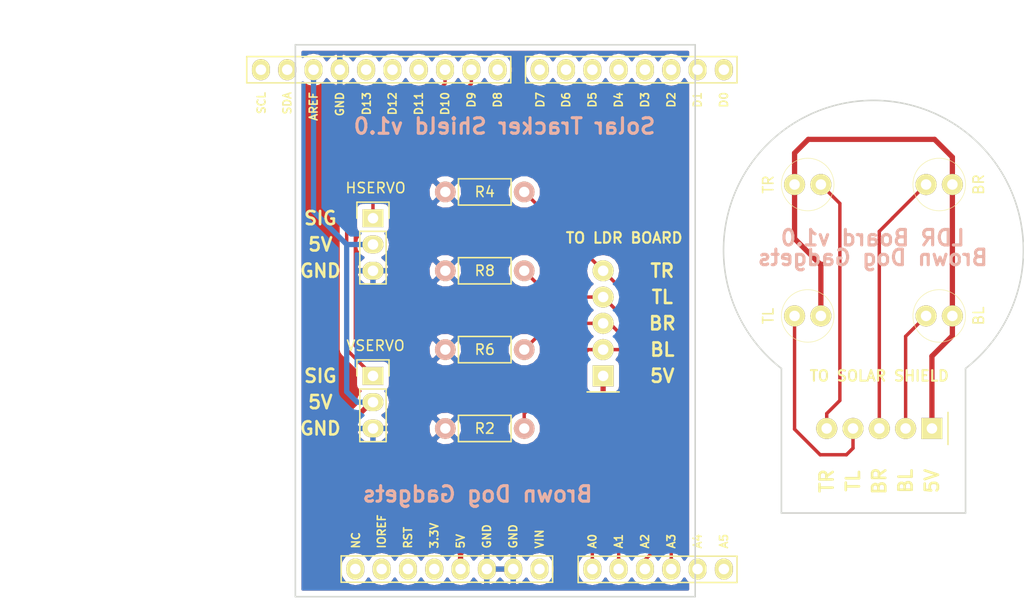
<source format=kicad_pcb>
(kicad_pcb (version 4) (host pcbnew 4.0.3+e1-6302~38~ubuntu14.04.1-stable)

  (general
    (links 31)
    (no_connects 1)
    (area 104.572999 69.031 203.47521 129.272)
    (thickness 1.6)
    (drawings 55)
    (tracks 74)
    (zones 0)
    (modules 13)
    (nets 13)
  )

  (page A4)
  (title_block
    (company "Released under the CERN Open Hardware License v1.2")
    (comment 1 "wickerboxen@gmail.com - http://wickerbox.net")
    (comment 2 "Designed by Jenner at Wickerbox Electronics")
  )

  (layers
    (0 F.Cu signal)
    (31 B.Cu signal)
    (34 B.Paste user)
    (35 F.Paste user)
    (36 B.SilkS user)
    (37 F.SilkS user)
    (38 B.Mask user)
    (39 F.Mask user)
    (44 Edge.Cuts user)
    (46 B.CrtYd user)
    (47 F.CrtYd user)
    (48 B.Fab user)
    (49 F.Fab user)
  )

  (setup
    (last_trace_width 0.254)
    (user_trace_width 0.1524)
    (user_trace_width 0.254)
    (user_trace_width 0.3302)
    (user_trace_width 0.508)
    (user_trace_width 0.762)
    (user_trace_width 1.27)
    (trace_clearance 0.254)
    (zone_clearance 0.508)
    (zone_45_only no)
    (trace_min 0.1524)
    (segment_width 0.15)
    (edge_width 0.15)
    (via_size 0.6858)
    (via_drill 0.3302)
    (via_min_size 0.6858)
    (via_min_drill 0.3302)
    (user_via 0.6858 0.3302)
    (user_via 0.762 0.4064)
    (user_via 0.8636 0.508)
    (uvia_size 0.6858)
    (uvia_drill 0.3302)
    (uvias_allowed no)
    (uvia_min_size 0)
    (uvia_min_drill 0)
    (pcb_text_width 0.3)
    (pcb_text_size 1.5 1.5)
    (mod_edge_width 0.15)
    (mod_text_size 1 1)
    (mod_text_width 0.15)
    (pad_size 1.524 1.524)
    (pad_drill 0.762)
    (pad_to_mask_clearance 0.2)
    (aux_axis_origin 124.968 123.825)
    (grid_origin 131.064 97.536)
    (visible_elements FFFCDF7D)
    (pcbplotparams
      (layerselection 0x20000_00000000)
      (usegerberextensions true)
      (excludeedgelayer true)
      (linewidth 0.100000)
      (plotframeref false)
      (viasonmask false)
      (mode 1)
      (useauxorigin false)
      (hpglpennumber 1)
      (hpglpenspeed 20)
      (hpglpendiameter 15)
      (hpglpenoverlay 2)
      (psnegative false)
      (psa4output false)
      (plotreference true)
      (plotvalue true)
      (plotinvisibletext false)
      (padsonsilk false)
      (subtractmaskfromsilk false)
      (outputformat 1)
      (mirror false)
      (drillshape 0)
      (scaleselection 1)
      (outputdirectory gerbers))
  )

  (net 0 "")
  (net 1 GND)
  (net 2 +5V)
  (net 3 /A0/BOTTOMLEFT)
  (net 4 /A1/BOTTOMRIGHT)
  (net 5 /A2/TOPLEFT)
  (net 6 /A3/TOPRIGHT)
  (net 7 /D9/HORIZONTAL_SERVO)
  (net 8 /D10/VERTICAL_SERVO)
  (net 9 /BOTTOMLEFT)
  (net 10 /BOTTOMRIGHT)
  (net 11 /TOPLEFT)
  (net 12 /TOPRIGHT)

  (net_class Default "This is the default net class."
    (clearance 0.254)
    (trace_width 0.254)
    (via_dia 0.6858)
    (via_drill 0.3302)
    (uvia_dia 0.6858)
    (uvia_drill 0.3302)
    (add_net +5V)
    (add_net /A0/BOTTOMLEFT)
    (add_net /A1/BOTTOMRIGHT)
    (add_net /A2/TOPLEFT)
    (add_net /A3/TOPRIGHT)
    (add_net /BOTTOMLEFT)
    (add_net /BOTTOMRIGHT)
    (add_net /D10/VERTICAL_SERVO)
    (add_net /D9/HORIZONTAL_SERVO)
    (add_net /TOPLEFT)
    (add_net /TOPRIGHT)
    (add_net GND)
  )

  (module Wickerlib:CONN-ONSHORE-SCREW-GREEN-5PIN-TH (layer F.Cu) (tedit 57D6278F) (tstamp 57D6273E)
    (at 194.564 110.236 270)
    (descr "Through hole pin header")
    (tags "pin header")
    (path /57D62B1D)
    (fp_text reference J4 (at 0 2.54 270) (layer F.Fab)
      (effects (font (size 1 1) (thickness 0.15)))
    )
    (fp_text value "TO SOLAR SHIELD" (at 2.286 3.302 360) (layer F.Fab) hide
      (effects (font (size 1 1) (thickness 0.15)))
    )
    (fp_circle (center 0 0) (end 0 0.254) (layer F.Fab) (width 0.2))
    (fp_text user "TO SOLAR SHIELD" (at -5.08 5.08 360) (layer F.SilkS)
      (effects (font (size 1.016 1.016) (thickness 0.2032)))
    )
    (fp_line (start -3.33 -1.75) (end -3.33 11.76) (layer F.CrtYd) (width 0.05))
    (fp_line (start 3.33 -1.75) (end 3.33 11.76) (layer F.CrtYd) (width 0.05))
    (fp_line (start -3.3 -1.75) (end 3.3 -1.75) (layer F.CrtYd) (width 0.05))
    (fp_line (start -3.3 11.76) (end 3.3 11.76) (layer F.CrtYd) (width 0.05))
    (fp_line (start -1.55 -1.55) (end 1.55 -1.55) (layer F.SilkS) (width 0.15))
    (fp_line (start 3.33 -1.75) (end 3.33 11.76) (layer F.Fab) (width 0.05))
    (fp_line (start -3.3 -1.75) (end 3.3 -1.75) (layer F.Fab) (width 0.05))
    (fp_line (start -3.33 -1.75) (end -3.33 11.76) (layer F.Fab) (width 0.05))
    (fp_line (start -3.3 11.76) (end 3.3 11.76) (layer F.Fab) (width 0.05))
    (pad 1 thru_hole rect (at 0 0 270) (size 2.032 2.032) (drill 1.016) (layers *.Cu *.Mask F.SilkS)
      (net 2 +5V))
    (pad 2 thru_hole oval (at 0 2.54 270) (size 2.032 2.032) (drill 1.016) (layers *.Cu *.Mask F.SilkS)
      (net 9 /BOTTOMLEFT))
    (pad 3 thru_hole oval (at 0 5.08 270) (size 2.032 2.032) (drill 1.016) (layers *.Cu *.Mask F.SilkS)
      (net 10 /BOTTOMRIGHT))
    (pad 4 thru_hole oval (at 0 7.62 270) (size 2.032 2.032) (drill 1.016) (layers *.Cu *.Mask F.SilkS)
      (net 11 /TOPLEFT))
    (pad 5 thru_hole oval (at 0 10.16 270) (size 2.032 2.032) (drill 1.016) (layers *.Cu *.Mask F.SilkS)
      (net 12 /TOPRIGHT))
  )

  (module Wickerlib:ARDUINO-101-SHIELD locked (layer F.Cu) (tedit 5728406C) (tstamp 5728CC97)
    (at 133.8072 123.825)
    (descr "Through hole socket strip")
    (tags "socket strip")
    (path /572986CB)
    (fp_text reference U5 (at 13.97 2.794) (layer F.SilkS) hide
      (effects (font (size 1 1) (thickness 0.15)))
    )
    (fp_text value ARDUINO-101-SHIELD (at 13.97 4.318) (layer F.Fab) hide
      (effects (font (size 1 1) (thickness 0.15)))
    )
    (fp_line (start 42.545 -1.905) (end 26.035 -1.905) (layer F.Fab) (width 0.05))
    (fp_line (start 42.545 1.905) (end 42.545 -1.905) (layer F.Fab) (width 0.05))
    (fp_line (start 26.035 1.905) (end 42.545 1.905) (layer F.Fab) (width 0.05))
    (fp_line (start 26.035 -1.905) (end 26.035 1.905) (layer F.Fab) (width 0.05))
    (fp_line (start 3.175 1.905) (end 3.175 -1.905) (layer F.Fab) (width 0.05))
    (fp_line (start 24.765 1.905) (end 3.175 1.905) (layer F.Fab) (width 0.05))
    (fp_line (start 24.765 -1.905) (end 24.765 1.905) (layer F.Fab) (width 0.05))
    (fp_line (start 3.175 -1.905) (end 24.765 -1.905) (layer F.Fab) (width 0.05))
    (fp_line (start 20.32 -46.355) (end 20.32 -50.165) (layer F.Fab) (width 0.05))
    (fp_line (start -5.715 -46.355) (end 20.32 -46.355) (layer F.Fab) (width 0.05))
    (fp_line (start -5.715 -50.165) (end -5.715 -46.355) (layer F.Fab) (width 0.05))
    (fp_line (start 20.32 -50.165) (end -5.715 -50.165) (layer F.Fab) (width 0.05))
    (fp_line (start 42.545 -50.165) (end 42.545 -46.355) (layer F.Fab) (width 0.05))
    (fp_line (start 20.955 -50.165) (end 42.545 -50.165) (layer F.Fab) (width 0.05))
    (fp_line (start 20.955 -46.355) (end 20.955 -50.165) (layer F.Fab) (width 0.05))
    (fp_line (start 42.545 -46.355) (end 20.955 -46.355) (layer F.Fab) (width 0.05))
    (fp_text user NC (at 5.1308 -2.779486 90) (layer F.SilkS)
      (effects (font (size 0.762 0.762) (thickness 0.1524)))
    )
    (fp_line (start 3.33 -1.75) (end 3.33 1.75) (layer F.CrtYd) (width 0.05))
    (fp_line (start 24.63 -1.75) (end 24.63 1.75) (layer F.CrtYd) (width 0.05))
    (fp_line (start 3.33 -1.75) (end 24.63 -1.75) (layer F.CrtYd) (width 0.05))
    (fp_line (start 3.33 1.75) (end 24.63 1.75) (layer F.CrtYd) (width 0.05))
    (fp_line (start 3.7084 1.27) (end 24.13 1.27) (layer F.SilkS) (width 0.15))
    (fp_line (start 24.13 1.27) (end 24.13 -1.27) (layer F.SilkS) (width 0.15))
    (fp_line (start 24.13 -1.27) (end 3.7084 -1.27) (layer F.SilkS) (width 0.15))
    (fp_line (start 3.7084 1.27) (end 3.7084 -1.27) (layer F.SilkS) (width 0.15))
    (fp_text user IOREF (at 7.62 -3.6322 90) (layer F.SilkS)
      (effects (font (size 0.762 0.762) (thickness 0.1524)))
    )
    (fp_text user RST (at 10.16 -3.033485 90) (layer F.SilkS)
      (effects (font (size 0.762 0.762) (thickness 0.1524)))
    )
    (fp_text user 3.3V (at 12.7 -3.233057 90) (layer F.SilkS)
      (effects (font (size 0.762 0.762) (thickness 0.1524)))
    )
    (fp_text user 5V (at 15.24 -2.688771 90) (layer F.SilkS)
      (effects (font (size 0.762 0.762) (thickness 0.1524)))
    )
    (fp_text user GND (at 17.78 -3.160486 90) (layer F.SilkS)
      (effects (font (size 0.762 0.762) (thickness 0.1524)))
    )
    (fp_text user GND (at 20.32 -3.160486 90) (layer F.SilkS)
      (effects (font (size 0.762 0.762) (thickness 0.1524)))
    )
    (fp_text user VIN (at 22.86 -2.906486 90) (layer F.SilkS)
      (effects (font (size 0.762 0.762) (thickness 0.1524)))
    )
    (fp_line (start 41.9354 -1.2446) (end 26.5938 -1.2446) (layer F.SilkS) (width 0.15))
    (fp_line (start 41.9354 1.2954) (end 41.9354 -1.2446) (layer F.SilkS) (width 0.15))
    (fp_text user A4 (at 38.1254 -2.688771 90) (layer F.SilkS)
      (effects (font (size 0.762 0.762) (thickness 0.1524)))
    )
    (fp_text user A3 (at 35.5854 -2.688771 90) (layer F.SilkS)
      (effects (font (size 0.762 0.762) (thickness 0.1524)))
    )
    (fp_text user A5 (at 40.6654 -2.688771 90) (layer F.SilkS)
      (effects (font (size 0.762 0.762) (thickness 0.1524)))
    )
    (fp_text user A0 (at 27.9654 -2.688771 90) (layer F.SilkS)
      (effects (font (size 0.762 0.762) (thickness 0.1524)))
    )
    (fp_text user A1 (at 30.5054 -2.688771 90) (layer F.SilkS)
      (effects (font (size 0.762 0.762) (thickness 0.1524)))
    )
    (fp_line (start 26.5938 1.2954) (end 41.9354 1.2954) (layer F.SilkS) (width 0.15))
    (fp_line (start 26.5938 1.2954) (end 26.5938 -1.2446) (layer F.SilkS) (width 0.15))
    (fp_text user A2 (at 33.0454 -2.688771 90) (layer F.SilkS)
      (effects (font (size 0.762 0.762) (thickness 0.1524)))
    )
    (fp_line (start 26.2154 -1.7246) (end 42.4354 -1.7246) (layer F.CrtYd) (width 0.05))
    (fp_line (start 26.2154 -1.7246) (end 26.2154 1.7754) (layer F.CrtYd) (width 0.05))
    (fp_line (start 42.4354 -1.7246) (end 42.4354 1.7754) (layer F.CrtYd) (width 0.05))
    (fp_line (start 26.2154 1.7754) (end 42.4354 1.7754) (layer F.CrtYd) (width 0.05))
    (fp_text user D2 (at 35.5854 -45.349886 90) (layer F.SilkS)
      (effects (font (size 0.762 0.762) (thickness 0.1524)))
    )
    (fp_line (start 41.9354 -46.99) (end 41.9354 -49.53) (layer F.SilkS) (width 0.15))
    (fp_text user D0 (at 40.6654 -45.349886 90) (layer F.SilkS)
      (effects (font (size 0.762 0.762) (thickness 0.1524)))
    )
    (fp_text user D1 (at 38.1254 -45.349886 90) (layer F.SilkS)
      (effects (font (size 0.762 0.762) (thickness 0.1524)))
    )
    (fp_line (start 41.9354 -49.53) (end 21.5138 -49.53) (layer F.SilkS) (width 0.15))
    (fp_text user D4 (at 30.5054 -45.349886 90) (layer F.SilkS)
      (effects (font (size 0.762 0.762) (thickness 0.1524)))
    )
    (fp_text user D5 (at 27.9654 -45.349886 90) (layer F.SilkS)
      (effects (font (size 0.762 0.762) (thickness 0.1524)))
    )
    (fp_line (start 21.5138 -46.99) (end 21.5138 -49.53) (layer F.SilkS) (width 0.15))
    (fp_text user D6 (at 25.4254 -45.349886 90) (layer F.SilkS)
      (effects (font (size 0.762 0.762) (thickness 0.1524)))
    )
    (fp_text user D7 (at 22.9362 -45.349886 90) (layer F.SilkS)
      (effects (font (size 0.762 0.762) (thickness 0.1524)))
    )
    (fp_line (start 21.5138 -46.99) (end 41.9354 -46.99) (layer F.SilkS) (width 0.15))
    (fp_text user D3 (at 33.0454 -45.349886 90) (layer F.SilkS)
      (effects (font (size 0.762 0.762) (thickness 0.1524)))
    )
    (fp_line (start 21.1354 -50.01) (end 21.1354 -46.51) (layer F.CrtYd) (width 0.05))
    (fp_line (start 42.4354 -50.01) (end 42.4354 -46.51) (layer F.CrtYd) (width 0.05))
    (fp_line (start 21.1354 -50.01) (end 42.4354 -50.01) (layer F.CrtYd) (width 0.05))
    (fp_line (start 21.1354 -46.51) (end 42.4354 -46.51) (layer F.CrtYd) (width 0.05))
    (fp_line (start 20.0914 -49.53) (end -5.3848 -49.53) (layer F.SilkS) (width 0.15))
    (fp_text user D10 (at 13.7414 -44.987029 90) (layer F.SilkS)
      (effects (font (size 0.762 0.762) (thickness 0.1524)))
    )
    (fp_text user D12 (at 8.6614 -44.987029 90) (layer F.SilkS)
      (effects (font (size 0.762 0.762) (thickness 0.1524)))
    )
    (fp_line (start -5.3848 -46.99) (end 20.0914 -46.99) (layer F.SilkS) (width 0.15))
    (fp_text user D9 (at 16.2814 -45.349886 90) (layer F.SilkS)
      (effects (font (size 0.762 0.762) (thickness 0.1524)))
    )
    (fp_text user D8 (at 18.8214 -45.349886 90) (layer F.SilkS)
      (effects (font (size 0.762 0.762) (thickness 0.1524)))
    )
    (fp_line (start 20.0914 -46.99) (end 20.0914 -49.53) (layer F.SilkS) (width 0.15))
    (fp_text user D11 (at 11.2014 -44.987029 90) (layer F.SilkS)
      (effects (font (size 0.762 0.762) (thickness 0.1524)))
    )
    (fp_line (start -5.4102 -46.99) (end -5.4102 -49.53) (layer F.SilkS) (width 0.15))
    (fp_text user D13 (at 6.1722 -44.987029 90) (layer F.SilkS)
      (effects (font (size 0.762 0.762) (thickness 0.1524)))
    )
    (fp_line (start -5.7912 -49.9872) (end 20.5914 -49.9872) (layer F.CrtYd) (width 0.05))
    (fp_line (start 20.5914 -50.01) (end 20.5914 -46.51) (layer F.CrtYd) (width 0.05))
    (fp_line (start -5.7912 -49.9872) (end -5.7912 -46.5074) (layer F.CrtYd) (width 0.05))
    (fp_line (start -5.7912 -46.5074) (end 20.5914 -46.51) (layer F.CrtYd) (width 0.05))
    (fp_text user GND (at 3.5814 -44.9326 90) (layer F.SilkS)
      (effects (font (size 0.762 0.762) (thickness 0.1524)))
    )
    (fp_text user SDA (at -1.4986 -45.023314 90) (layer F.SilkS)
      (effects (font (size 0.762 0.762) (thickness 0.1524)))
    )
    (fp_text user AREF (at 1.0414 -44.714885 90) (layer F.SilkS)
      (effects (font (size 0.762 0.762) (thickness 0.1524)))
    )
    (fp_text user SCL (at -3.9878 -45.041457 90) (layer F.SilkS)
      (effects (font (size 0.762 0.762) (thickness 0.1524)))
    )
    (pad NC thru_hole oval (at 5.08 0) (size 1.7272 2.032) (drill 1.016) (layers *.Cu *.Mask F.SilkS))
    (pad IO thru_hole oval (at 7.62 0) (size 1.7272 2.032) (drill 1.016) (layers *.Cu *.Mask F.SilkS))
    (pad RST thru_hole oval (at 10.16 0) (size 1.7272 2.032) (drill 1.016) (layers *.Cu *.Mask F.SilkS))
    (pad 3V3 thru_hole oval (at 12.7 0) (size 1.7272 2.032) (drill 1.016) (layers *.Cu *.Mask F.SilkS))
    (pad 5V thru_hole oval (at 15.24 0) (size 1.7272 2.032) (drill 1.016) (layers *.Cu *.Mask F.SilkS)
      (net 2 +5V))
    (pad GND1 thru_hole oval (at 17.78 0) (size 1.7272 2.032) (drill 1.016) (layers *.Cu *.Mask F.SilkS)
      (net 1 GND))
    (pad GND2 thru_hole oval (at 20.32 0) (size 1.7272 2.032) (drill 1.016) (layers *.Cu *.Mask F.SilkS)
      (net 1 GND))
    (pad VIN thru_hole oval (at 22.86 0) (size 1.7272 2.032) (drill 1.016) (layers *.Cu *.Mask F.SilkS))
    (pad A0 thru_hole oval (at 27.9654 0) (size 1.7272 2.032) (drill 1.016) (layers *.Cu *.Mask F.SilkS)
      (net 3 /A0/BOTTOMLEFT))
    (pad A1 thru_hole oval (at 30.5054 0) (size 1.7272 2.032) (drill 1.016) (layers *.Cu *.Mask F.SilkS)
      (net 4 /A1/BOTTOMRIGHT))
    (pad A2 thru_hole oval (at 33.0454 0) (size 1.7272 2.032) (drill 1.016) (layers *.Cu *.Mask F.SilkS)
      (net 5 /A2/TOPLEFT))
    (pad A5 thru_hole oval (at 40.6654 0) (size 1.7272 2.032) (drill 1.016) (layers *.Cu *.Mask F.SilkS))
    (pad A4 thru_hole oval (at 38.1254 0) (size 1.7272 2.032) (drill 1.016) (layers *.Cu *.Mask F.SilkS))
    (pad A3 thru_hole oval (at 35.5854 0) (size 1.7272 2.032) (drill 1.016) (layers *.Cu *.Mask F.SilkS)
      (net 6 /A3/TOPRIGHT))
    (pad D1 thru_hole oval (at 38.1254 -48.26) (size 1.7272 2.032) (drill 1.016) (layers *.Cu *.Mask F.SilkS))
    (pad D0 thru_hole oval (at 40.6654 -48.26) (size 1.7272 2.032) (drill 1.016) (layers *.Cu *.Mask F.SilkS))
    (pad D5 thru_hole oval (at 27.9654 -48.26) (size 1.7272 2.032) (drill 1.016) (layers *.Cu *.Mask F.SilkS))
    (pad D4 thru_hole oval (at 30.5054 -48.26) (size 1.7272 2.032) (drill 1.016) (layers *.Cu *.Mask F.SilkS))
    (pad D6 thru_hole oval (at 25.4254 -48.26) (size 1.7272 2.032) (drill 1.016) (layers *.Cu *.Mask F.SilkS))
    (pad D7 thru_hole oval (at 22.8854 -48.26) (size 1.7272 2.032) (drill 1.016) (layers *.Cu *.Mask F.SilkS))
    (pad D3 thru_hole oval (at 33.0454 -48.26) (size 1.7272 2.032) (drill 1.016) (layers *.Cu *.Mask F.SilkS))
    (pad D2 thru_hole oval (at 35.5854 -48.26) (size 1.7272 2.032) (drill 1.016) (layers *.Cu *.Mask F.SilkS))
    (pad D13 thru_hole oval (at 6.1214 -48.26) (size 1.7272 2.032) (drill 1.016) (layers *.Cu *.Mask F.SilkS))
    (pad D12 thru_hole oval (at 8.6614 -48.26) (size 1.7272 2.032) (drill 1.016) (layers *.Cu *.Mask F.SilkS))
    (pad D11 thru_hole oval (at 11.2014 -48.26) (size 1.7272 2.032) (drill 1.016) (layers *.Cu *.Mask F.SilkS))
    (pad D8 thru_hole oval (at 18.8214 -48.26) (size 1.7272 2.032) (drill 1.016) (layers *.Cu *.Mask F.SilkS))
    (pad D9 thru_hole oval (at 16.2814 -48.26) (size 1.7272 2.032) (drill 1.016) (layers *.Cu *.Mask F.SilkS)
      (net 7 /D9/HORIZONTAL_SERVO))
    (pad D10 thru_hole oval (at 13.7414 -48.26) (size 1.7272 2.032) (drill 1.016) (layers *.Cu *.Mask F.SilkS)
      (net 8 /D10/VERTICAL_SERVO))
    (pad AREF thru_hole oval (at 1.0414 -48.26) (size 1.7272 2.032) (drill 1.016) (layers *.Cu *.Mask F.SilkS)
      (net 2 +5V))
    (pad GND3 thru_hole oval (at 3.5814 -48.26) (size 1.7272 2.032) (drill 1.016) (layers *.Cu *.Mask F.SilkS)
      (net 1 GND))
    (pad SCL thru_hole oval (at -4.0386 -48.26) (size 1.7272 2.032) (drill 1.016) (layers *.Cu *.Mask F.SilkS))
    (pad SDA thru_hole oval (at -1.4986 -48.26) (size 1.7272 2.032) (drill 1.016) (layers *.Cu *.Mask F.SilkS))
  )

  (module Wickerlib:RES-CARBONFILM-7MM (layer F.Cu) (tedit 57D1FDFE) (tstamp 57D617EF)
    (at 155.194 94.996 180)
    (descr "Resistor, Axial,  RM 7.62mm, 1/3W,")
    (tags "Resistor Axial RM 7.62mm 1/3W R3")
    (path /57D2C491)
    (fp_text reference R8 (at 4.05892 0.30988 180) (layer F.Fab)
      (effects (font (size 1 1) (thickness 0.15)))
    )
    (fp_text value 10K (at 3.81 3.81 180) (layer F.Fab) hide
      (effects (font (size 1 1) (thickness 0.15)))
    )
    (fp_line (start -1.27 -1.524) (end 8.89 -1.524) (layer F.Fab) (width 0.05))
    (fp_line (start -1.27 1.524) (end -1.27 -1.524) (layer F.Fab) (width 0.05))
    (fp_line (start 8.89 1.524) (end -1.27 1.524) (layer F.Fab) (width 0.05))
    (fp_line (start 8.89 -1.524) (end 8.89 1.524) (layer F.Fab) (width 0.05))
    (fp_text user %R (at 3.81 0 180) (layer F.SilkS)
      (effects (font (size 1 1) (thickness 0.15)))
    )
    (fp_line (start -1.25 -1.5) (end 8.85 -1.5) (layer F.CrtYd) (width 0.05))
    (fp_line (start -1.25 1.5) (end -1.25 -1.5) (layer F.CrtYd) (width 0.05))
    (fp_line (start 8.85 -1.5) (end 8.85 1.5) (layer F.CrtYd) (width 0.05))
    (fp_line (start -1.25 1.5) (end 8.85 1.5) (layer F.CrtYd) (width 0.05))
    (fp_line (start 1.27 -1.27) (end 6.35 -1.27) (layer F.SilkS) (width 0.15))
    (fp_line (start 6.35 -1.27) (end 6.35 1.27) (layer F.SilkS) (width 0.15))
    (fp_line (start 6.35 1.27) (end 1.27 1.27) (layer F.SilkS) (width 0.15))
    (fp_line (start 1.27 1.27) (end 1.27 -1.27) (layer F.SilkS) (width 0.15))
    (pad 1 thru_hole circle (at 0 0 180) (size 1.99898 1.99898) (drill 1.00076) (layers *.Cu *.SilkS *.Mask)
      (net 5 /A2/TOPLEFT))
    (pad 2 thru_hole circle (at 7.62 0 180) (size 1.99898 1.99898) (drill 1.00076) (layers *.Cu *.SilkS *.Mask)
      (net 1 GND))
  )

  (module Wickerlib:PHOTOCELL-5.1MM (layer F.Cu) (tedit 57D61BBA) (tstamp 57D617E9)
    (at 182.569981 86.659073 90)
    (descr "Through hole pin header")
    (tags "pin header")
    (path /57D2E022)
    (fp_text reference R7 (at 0 0 180) (layer F.Fab)
      (effects (font (size 1 1) (thickness 0.15)))
    )
    (fp_text value PHOTOCELL (at 0 0 90) (layer F.Fab) hide
      (effects (font (size 1 1) (thickness 0.15)))
    )
    (fp_line (start 3.175 3.175) (end 3.175 -3.175) (layer F.CrtYd) (width 0.05))
    (fp_line (start -3.175 3.175) (end 3.175 3.175) (layer F.CrtYd) (width 0.05))
    (fp_line (start -3.175 -3.175) (end -3.175 3.175) (layer F.CrtYd) (width 0.05))
    (fp_line (start 3.175 -3.175) (end -3.175 -3.175) (layer F.CrtYd) (width 0.05))
    (fp_circle (center 0 0) (end 2.54 0) (layer F.Fab) (width 0.05))
    (fp_text user TR (at 0 -3.81 90) (layer F.SilkS)
      (effects (font (size 1 1) (thickness 0.15)))
    )
    (fp_circle (center 0 0) (end 2.54 0) (layer F.SilkS) (width 0.05))
    (pad 1 thru_hole circle (at 0 -1.27 90) (size 2.032 2.032) (drill 1.016) (layers *.Cu *.Mask F.SilkS)
      (net 2 +5V))
    (pad 2 thru_hole oval (at 0 1.27 90) (size 2.032 2.032) (drill 1.016) (layers *.Cu *.Mask F.SilkS)
      (net 12 /TOPRIGHT))
  )

  (module Wickerlib:RES-CARBONFILM-7MM (layer F.Cu) (tedit 57D1FDFE) (tstamp 57D617E3)
    (at 155.194 102.616 180)
    (descr "Resistor, Axial,  RM 7.62mm, 1/3W,")
    (tags "Resistor Axial RM 7.62mm 1/3W R3")
    (path /57D2C330)
    (fp_text reference R6 (at 4.05892 0.30988 180) (layer F.Fab)
      (effects (font (size 1 1) (thickness 0.15)))
    )
    (fp_text value 10K (at 3.81 3.81 180) (layer F.Fab) hide
      (effects (font (size 1 1) (thickness 0.15)))
    )
    (fp_line (start -1.27 -1.524) (end 8.89 -1.524) (layer F.Fab) (width 0.05))
    (fp_line (start -1.27 1.524) (end -1.27 -1.524) (layer F.Fab) (width 0.05))
    (fp_line (start 8.89 1.524) (end -1.27 1.524) (layer F.Fab) (width 0.05))
    (fp_line (start 8.89 -1.524) (end 8.89 1.524) (layer F.Fab) (width 0.05))
    (fp_text user %R (at 3.81 0 180) (layer F.SilkS)
      (effects (font (size 1 1) (thickness 0.15)))
    )
    (fp_line (start -1.25 -1.5) (end 8.85 -1.5) (layer F.CrtYd) (width 0.05))
    (fp_line (start -1.25 1.5) (end -1.25 -1.5) (layer F.CrtYd) (width 0.05))
    (fp_line (start 8.85 -1.5) (end 8.85 1.5) (layer F.CrtYd) (width 0.05))
    (fp_line (start -1.25 1.5) (end 8.85 1.5) (layer F.CrtYd) (width 0.05))
    (fp_line (start 1.27 -1.27) (end 6.35 -1.27) (layer F.SilkS) (width 0.15))
    (fp_line (start 6.35 -1.27) (end 6.35 1.27) (layer F.SilkS) (width 0.15))
    (fp_line (start 6.35 1.27) (end 1.27 1.27) (layer F.SilkS) (width 0.15))
    (fp_line (start 1.27 1.27) (end 1.27 -1.27) (layer F.SilkS) (width 0.15))
    (pad 1 thru_hole circle (at 0 0 180) (size 1.99898 1.99898) (drill 1.00076) (layers *.Cu *.SilkS *.Mask)
      (net 4 /A1/BOTTOMRIGHT))
    (pad 2 thru_hole circle (at 7.62 0 180) (size 1.99898 1.99898) (drill 1.00076) (layers *.Cu *.SilkS *.Mask)
      (net 1 GND))
  )

  (module Wickerlib:PHOTOCELL-5.1MM (layer F.Cu) (tedit 57D61BC4) (tstamp 57D617DD)
    (at 195.269981 86.659073 270)
    (descr "Through hole pin header")
    (tags "pin header")
    (path /57D0184D)
    (fp_text reference R5 (at 0 0 360) (layer F.Fab)
      (effects (font (size 1 1) (thickness 0.15)))
    )
    (fp_text value PHOTOCELL (at 0 0 270) (layer F.Fab) hide
      (effects (font (size 1 1) (thickness 0.15)))
    )
    (fp_line (start 3.175 3.175) (end 3.175 -3.175) (layer F.CrtYd) (width 0.05))
    (fp_line (start -3.175 3.175) (end 3.175 3.175) (layer F.CrtYd) (width 0.05))
    (fp_line (start -3.175 -3.175) (end -3.175 3.175) (layer F.CrtYd) (width 0.05))
    (fp_line (start 3.175 -3.175) (end -3.175 -3.175) (layer F.CrtYd) (width 0.05))
    (fp_circle (center 0 0) (end 2.54 0) (layer F.Fab) (width 0.05))
    (fp_text user BR (at 0 -3.81 270) (layer F.SilkS)
      (effects (font (size 1 1) (thickness 0.15)))
    )
    (fp_circle (center 0 0) (end 2.54 0) (layer F.SilkS) (width 0.05))
    (pad 1 thru_hole circle (at 0 -1.27 270) (size 2.032 2.032) (drill 1.016) (layers *.Cu *.Mask F.SilkS)
      (net 2 +5V))
    (pad 2 thru_hole oval (at 0 1.27 270) (size 2.032 2.032) (drill 1.016) (layers *.Cu *.Mask F.SilkS)
      (net 10 /BOTTOMRIGHT))
  )

  (module Wickerlib:RES-CARBONFILM-7MM (layer F.Cu) (tedit 57D1FDFE) (tstamp 57D617D7)
    (at 155.194 87.376 180)
    (descr "Resistor, Axial,  RM 7.62mm, 1/3W,")
    (tags "Resistor Axial RM 7.62mm 1/3W R3")
    (path /57D2C3C8)
    (fp_text reference R4 (at 4.05892 0.30988 180) (layer F.Fab)
      (effects (font (size 1 1) (thickness 0.15)))
    )
    (fp_text value 10K (at 3.81 3.81 180) (layer F.Fab) hide
      (effects (font (size 1 1) (thickness 0.15)))
    )
    (fp_line (start -1.27 -1.524) (end 8.89 -1.524) (layer F.Fab) (width 0.05))
    (fp_line (start -1.27 1.524) (end -1.27 -1.524) (layer F.Fab) (width 0.05))
    (fp_line (start 8.89 1.524) (end -1.27 1.524) (layer F.Fab) (width 0.05))
    (fp_line (start 8.89 -1.524) (end 8.89 1.524) (layer F.Fab) (width 0.05))
    (fp_text user %R (at 3.81 0 180) (layer F.SilkS)
      (effects (font (size 1 1) (thickness 0.15)))
    )
    (fp_line (start -1.25 -1.5) (end 8.85 -1.5) (layer F.CrtYd) (width 0.05))
    (fp_line (start -1.25 1.5) (end -1.25 -1.5) (layer F.CrtYd) (width 0.05))
    (fp_line (start 8.85 -1.5) (end 8.85 1.5) (layer F.CrtYd) (width 0.05))
    (fp_line (start -1.25 1.5) (end 8.85 1.5) (layer F.CrtYd) (width 0.05))
    (fp_line (start 1.27 -1.27) (end 6.35 -1.27) (layer F.SilkS) (width 0.15))
    (fp_line (start 6.35 -1.27) (end 6.35 1.27) (layer F.SilkS) (width 0.15))
    (fp_line (start 6.35 1.27) (end 1.27 1.27) (layer F.SilkS) (width 0.15))
    (fp_line (start 1.27 1.27) (end 1.27 -1.27) (layer F.SilkS) (width 0.15))
    (pad 1 thru_hole circle (at 0 0 180) (size 1.99898 1.99898) (drill 1.00076) (layers *.Cu *.SilkS *.Mask)
      (net 6 /A3/TOPRIGHT))
    (pad 2 thru_hole circle (at 7.62 0 180) (size 1.99898 1.99898) (drill 1.00076) (layers *.Cu *.SilkS *.Mask)
      (net 1 GND))
  )

  (module Wickerlib:PHOTOCELL-5.1MM (layer F.Cu) (tedit 57D61BB1) (tstamp 57D617D1)
    (at 182.569981 99.359073 270)
    (descr "Through hole pin header")
    (tags "pin header")
    (path /57D2DF8D)
    (fp_text reference R3 (at 0 0 360) (layer F.Fab)
      (effects (font (size 1 1) (thickness 0.15)))
    )
    (fp_text value PHOTOCELL (at 0 0 270) (layer F.Fab) hide
      (effects (font (size 1 1) (thickness 0.15)))
    )
    (fp_line (start 3.175 3.175) (end 3.175 -3.175) (layer F.CrtYd) (width 0.05))
    (fp_line (start -3.175 3.175) (end 3.175 3.175) (layer F.CrtYd) (width 0.05))
    (fp_line (start -3.175 -3.175) (end -3.175 3.175) (layer F.CrtYd) (width 0.05))
    (fp_line (start 3.175 -3.175) (end -3.175 -3.175) (layer F.CrtYd) (width 0.05))
    (fp_circle (center 0 0) (end 2.54 0) (layer F.Fab) (width 0.05))
    (fp_text user TL (at 0 3.81 270) (layer F.SilkS)
      (effects (font (size 1 1) (thickness 0.15)))
    )
    (fp_circle (center 0 0) (end 2.54 0) (layer F.SilkS) (width 0.05))
    (pad 1 thru_hole circle (at 0 -1.27 270) (size 2.032 2.032) (drill 1.016) (layers *.Cu *.Mask F.SilkS)
      (net 2 +5V))
    (pad 2 thru_hole oval (at 0 1.27 270) (size 2.032 2.032) (drill 1.016) (layers *.Cu *.Mask F.SilkS)
      (net 11 /TOPLEFT))
  )

  (module Wickerlib:RES-CARBONFILM-7MM (layer F.Cu) (tedit 57D1FDFE) (tstamp 57D617CB)
    (at 155.194 110.236 180)
    (descr "Resistor, Axial,  RM 7.62mm, 1/3W,")
    (tags "Resistor Axial RM 7.62mm 1/3W R3")
    (path /57D2C27B)
    (fp_text reference R2 (at 4.05892 0.30988 180) (layer F.Fab)
      (effects (font (size 1 1) (thickness 0.15)))
    )
    (fp_text value 10K (at 3.81 3.81 180) (layer F.Fab) hide
      (effects (font (size 1 1) (thickness 0.15)))
    )
    (fp_line (start -1.27 -1.524) (end 8.89 -1.524) (layer F.Fab) (width 0.05))
    (fp_line (start -1.27 1.524) (end -1.27 -1.524) (layer F.Fab) (width 0.05))
    (fp_line (start 8.89 1.524) (end -1.27 1.524) (layer F.Fab) (width 0.05))
    (fp_line (start 8.89 -1.524) (end 8.89 1.524) (layer F.Fab) (width 0.05))
    (fp_text user %R (at 3.81 0 180) (layer F.SilkS)
      (effects (font (size 1 1) (thickness 0.15)))
    )
    (fp_line (start -1.25 -1.5) (end 8.85 -1.5) (layer F.CrtYd) (width 0.05))
    (fp_line (start -1.25 1.5) (end -1.25 -1.5) (layer F.CrtYd) (width 0.05))
    (fp_line (start 8.85 -1.5) (end 8.85 1.5) (layer F.CrtYd) (width 0.05))
    (fp_line (start -1.25 1.5) (end 8.85 1.5) (layer F.CrtYd) (width 0.05))
    (fp_line (start 1.27 -1.27) (end 6.35 -1.27) (layer F.SilkS) (width 0.15))
    (fp_line (start 6.35 -1.27) (end 6.35 1.27) (layer F.SilkS) (width 0.15))
    (fp_line (start 6.35 1.27) (end 1.27 1.27) (layer F.SilkS) (width 0.15))
    (fp_line (start 1.27 1.27) (end 1.27 -1.27) (layer F.SilkS) (width 0.15))
    (pad 1 thru_hole circle (at 0 0 180) (size 1.99898 1.99898) (drill 1.00076) (layers *.Cu *.SilkS *.Mask)
      (net 3 /A0/BOTTOMLEFT))
    (pad 2 thru_hole circle (at 7.62 0 180) (size 1.99898 1.99898) (drill 1.00076) (layers *.Cu *.SilkS *.Mask)
      (net 1 GND))
  )

  (module Wickerlib:PHOTOCELL-5.1MM (layer F.Cu) (tedit 57D61BC9) (tstamp 57D617C5)
    (at 195.269981 99.359073 270)
    (descr "Through hole pin header")
    (tags "pin header")
    (path /57D0194A)
    (fp_text reference R1 (at 0 0 360) (layer F.Fab)
      (effects (font (size 1 1) (thickness 0.15)))
    )
    (fp_text value PHOTOCELL (at 0 0 270) (layer F.Fab) hide
      (effects (font (size 1 1) (thickness 0.15)))
    )
    (fp_line (start 3.175 3.175) (end 3.175 -3.175) (layer F.CrtYd) (width 0.05))
    (fp_line (start -3.175 3.175) (end 3.175 3.175) (layer F.CrtYd) (width 0.05))
    (fp_line (start -3.175 -3.175) (end -3.175 3.175) (layer F.CrtYd) (width 0.05))
    (fp_line (start 3.175 -3.175) (end -3.175 -3.175) (layer F.CrtYd) (width 0.05))
    (fp_circle (center 0 0) (end 2.54 0) (layer F.Fab) (width 0.05))
    (fp_text user BL (at 0 -3.81 270) (layer F.SilkS)
      (effects (font (size 1 1) (thickness 0.15)))
    )
    (fp_circle (center 0 0) (end 2.54 0) (layer F.SilkS) (width 0.05))
    (pad 1 thru_hole circle (at 0 -1.27 270) (size 2.032 2.032) (drill 1.016) (layers *.Cu *.Mask F.SilkS)
      (net 2 +5V))
    (pad 2 thru_hole oval (at 0 1.27 270) (size 2.032 2.032) (drill 1.016) (layers *.Cu *.Mask F.SilkS)
      (net 9 /BOTTOMLEFT))
  )

  (module Wickerlib:CONN-HEADER-STRAIGHT-P2.54MM-1x03 (layer F.Cu) (tedit 57D618EC) (tstamp 57D617B5)
    (at 140.589 105.156)
    (descr "Through hole pin header")
    (tags "pin header")
    (path /57CF461B)
    (fp_text reference J3 (at 0 2.794) (layer F.Fab)
      (effects (font (size 1 1) (thickness 0.15)))
    )
    (fp_text value SERVO (at 0 2.794 90) (layer F.CrtYd)
      (effects (font (size 1 1) (thickness 0.15)))
    )
    (fp_text user VSERVO (at 0.254 -2.921) (layer F.SilkS)
      (effects (font (size 1 1) (thickness 0.15)))
    )
    (fp_line (start -1.778 6.858) (end -1.778 -1.778) (layer F.Fab) (width 0.05))
    (fp_line (start 1.778 6.858) (end -1.778 6.858) (layer F.Fab) (width 0.05))
    (fp_line (start 1.778 -1.778) (end 1.778 6.858) (layer F.Fab) (width 0.05))
    (fp_line (start -1.778 -1.778) (end 1.778 -1.778) (layer F.Fab) (width 0.05))
    (fp_line (start -1.75 -1.75) (end -1.75 6.85) (layer F.CrtYd) (width 0.05))
    (fp_line (start 1.75 -1.75) (end 1.75 6.85) (layer F.CrtYd) (width 0.05))
    (fp_line (start -1.75 -1.75) (end 1.75 -1.75) (layer F.CrtYd) (width 0.05))
    (fp_line (start -1.75 6.85) (end 1.75 6.85) (layer F.CrtYd) (width 0.05))
    (fp_line (start -1.27 1.27) (end -1.27 6.35) (layer F.SilkS) (width 0.15))
    (fp_line (start -1.27 6.35) (end 1.27 6.35) (layer F.SilkS) (width 0.15))
    (fp_line (start 1.27 6.35) (end 1.27 1.27) (layer F.SilkS) (width 0.15))
    (fp_line (start 1.55 -1.55) (end 1.55 0) (layer F.SilkS) (width 0.15))
    (fp_line (start 1.27 1.27) (end -1.27 1.27) (layer F.SilkS) (width 0.15))
    (fp_line (start -1.55 0) (end -1.55 -1.55) (layer F.SilkS) (width 0.15))
    (fp_line (start -1.55 -1.55) (end 1.55 -1.55) (layer F.SilkS) (width 0.15))
    (pad 1 thru_hole rect (at 0 0) (size 2.032 1.7272) (drill 1.016) (layers *.Cu *.Mask F.SilkS)
      (net 8 /D10/VERTICAL_SERVO))
    (pad 2 thru_hole oval (at 0 2.54) (size 2.032 1.7272) (drill 1.016) (layers *.Cu *.Mask F.SilkS)
      (net 2 +5V))
    (pad 3 thru_hole oval (at 0 5.08) (size 2.032 1.7272) (drill 1.016) (layers *.Cu *.Mask F.SilkS)
      (net 1 GND))
  )

  (module Wickerlib:CONN-HEADER-STRAIGHT-P2.54MM-1x03 (layer F.Cu) (tedit 57D618E9) (tstamp 57D617AE)
    (at 140.589 89.916)
    (descr "Through hole pin header")
    (tags "pin header")
    (path /57CF459B)
    (fp_text reference J2 (at 0 2.794) (layer F.Fab)
      (effects (font (size 1 1) (thickness 0.15)))
    )
    (fp_text value SERVO (at 0 2.794 90) (layer F.CrtYd)
      (effects (font (size 1 1) (thickness 0.15)))
    )
    (fp_text user HSERVO (at 0.254 -2.921) (layer F.SilkS)
      (effects (font (size 1 1) (thickness 0.15)))
    )
    (fp_line (start -1.778 6.858) (end -1.778 -1.778) (layer F.Fab) (width 0.05))
    (fp_line (start 1.778 6.858) (end -1.778 6.858) (layer F.Fab) (width 0.05))
    (fp_line (start 1.778 -1.778) (end 1.778 6.858) (layer F.Fab) (width 0.05))
    (fp_line (start -1.778 -1.778) (end 1.778 -1.778) (layer F.Fab) (width 0.05))
    (fp_line (start -1.75 -1.75) (end -1.75 6.85) (layer F.CrtYd) (width 0.05))
    (fp_line (start 1.75 -1.75) (end 1.75 6.85) (layer F.CrtYd) (width 0.05))
    (fp_line (start -1.75 -1.75) (end 1.75 -1.75) (layer F.CrtYd) (width 0.05))
    (fp_line (start -1.75 6.85) (end 1.75 6.85) (layer F.CrtYd) (width 0.05))
    (fp_line (start -1.27 1.27) (end -1.27 6.35) (layer F.SilkS) (width 0.15))
    (fp_line (start -1.27 6.35) (end 1.27 6.35) (layer F.SilkS) (width 0.15))
    (fp_line (start 1.27 6.35) (end 1.27 1.27) (layer F.SilkS) (width 0.15))
    (fp_line (start 1.55 -1.55) (end 1.55 0) (layer F.SilkS) (width 0.15))
    (fp_line (start 1.27 1.27) (end -1.27 1.27) (layer F.SilkS) (width 0.15))
    (fp_line (start -1.55 0) (end -1.55 -1.55) (layer F.SilkS) (width 0.15))
    (fp_line (start -1.55 -1.55) (end 1.55 -1.55) (layer F.SilkS) (width 0.15))
    (pad 1 thru_hole rect (at 0 0) (size 2.032 1.7272) (drill 1.016) (layers *.Cu *.Mask F.SilkS)
      (net 7 /D9/HORIZONTAL_SERVO))
    (pad 2 thru_hole oval (at 0 2.54) (size 2.032 1.7272) (drill 1.016) (layers *.Cu *.Mask F.SilkS)
      (net 2 +5V))
    (pad 3 thru_hole oval (at 0 5.08) (size 2.032 1.7272) (drill 1.016) (layers *.Cu *.Mask F.SilkS)
      (net 1 GND))
  )

  (module Wickerlib:CONN-ONSHORE-SCREW-GREEN-5PIN-TH (layer F.Cu) (tedit 57D6279D) (tstamp 57D62735)
    (at 162.814 105.156 180)
    (descr "Through hole pin header")
    (tags "pin header")
    (path /57D62907)
    (fp_text reference J1 (at 0 2.54 180) (layer F.Fab)
      (effects (font (size 1 1) (thickness 0.15)))
    )
    (fp_text value "TO LDR BOARD" (at 2.286 3.302 270) (layer F.Fab) hide
      (effects (font (size 1 1) (thickness 0.15)))
    )
    (fp_circle (center 0 0) (end 0 0.254) (layer F.Fab) (width 0.2))
    (fp_text user "TO LDR BOARD" (at -2.032 13.335 360) (layer F.SilkS)
      (effects (font (size 1.016 1.016) (thickness 0.2032)))
    )
    (fp_line (start -3.33 -1.75) (end -3.33 11.76) (layer F.CrtYd) (width 0.05))
    (fp_line (start 3.33 -1.75) (end 3.33 11.76) (layer F.CrtYd) (width 0.05))
    (fp_line (start -3.3 -1.75) (end 3.3 -1.75) (layer F.CrtYd) (width 0.05))
    (fp_line (start -3.3 11.76) (end 3.3 11.76) (layer F.CrtYd) (width 0.05))
    (fp_line (start -1.55 -1.55) (end 1.55 -1.55) (layer F.SilkS) (width 0.15))
    (fp_line (start 3.33 -1.75) (end 3.33 11.76) (layer F.Fab) (width 0.05))
    (fp_line (start -3.3 -1.75) (end 3.3 -1.75) (layer F.Fab) (width 0.05))
    (fp_line (start -3.33 -1.75) (end -3.33 11.76) (layer F.Fab) (width 0.05))
    (fp_line (start -3.3 11.76) (end 3.3 11.76) (layer F.Fab) (width 0.05))
    (pad 1 thru_hole rect (at 0 0 180) (size 2.032 2.032) (drill 1.016) (layers *.Cu *.Mask F.SilkS)
      (net 2 +5V))
    (pad 2 thru_hole oval (at 0 2.54 180) (size 2.032 2.032) (drill 1.016) (layers *.Cu *.Mask F.SilkS)
      (net 3 /A0/BOTTOMLEFT))
    (pad 3 thru_hole oval (at 0 5.08 180) (size 2.032 2.032) (drill 1.016) (layers *.Cu *.Mask F.SilkS)
      (net 4 /A1/BOTTOMRIGHT))
    (pad 4 thru_hole oval (at 0 7.62 180) (size 2.032 2.032) (drill 1.016) (layers *.Cu *.Mask F.SilkS)
      (net 5 /A2/TOPLEFT))
    (pad 5 thru_hole oval (at 0 10.16 180) (size 2.032 2.032) (drill 1.016) (layers *.Cu *.Mask F.SilkS)
      (net 6 /A3/TOPRIGHT))
  )

  (gr_text "Solar Shield v1.0" (at 161.544 70.231) (layer F.Fab)
    (effects (font (size 1.5 1.5) (thickness 0.3)))
  )
  (gr_text "LDR Board v1.0" (at 188.849 75.946) (layer F.Fab)
    (effects (font (size 1.5 1.5) (thickness 0.3)))
  )
  (gr_line (start 197.739 118.409073) (end 197.739 104.439073) (layer F.Fab) (width 0.15) (tstamp 57D62BD0))
  (gr_line (start 179.959 118.409073) (end 197.739 118.409073) (layer F.Fab) (width 0.15) (tstamp 57D62BC9))
  (gr_line (start 180.029981 104.439073) (end 180.029981 118.409073) (layer F.Fab) (width 0.15) (tstamp 57D62BC0))
  (gr_arc (start 188.849 93.009073) (end 179.959 104.439073) (angle 284.2) (layer F.Fab) (width 0.15) (tstamp 57D62BA1))
  (gr_line (start 171.704 126.746) (end 171.704 72.771) (layer F.Fab) (width 0.1524))
  (gr_line (start 132.969 126.746) (end 171.704 126.746) (layer F.Fab) (width 0.1524))
  (gr_line (start 132.969 72.771) (end 132.969 126.746) (layer F.Fab) (width 0.1524))
  (gr_line (start 171.704 72.771) (end 132.969 72.771) (layer F.Fab) (width 0.1524))
  (gr_text "Brown Dog Gadgets" (at 188.849 93.726) (layer B.SilkS) (tstamp 57D6292E)
    (effects (font (size 1.5 1.5) (thickness 0.3)) (justify mirror))
  )
  (gr_text "LDR Board v1.0" (at 188.849 91.821) (layer B.SilkS) (tstamp 57D62917)
    (effects (font (size 1.5 1.5) (thickness 0.3)) (justify mirror))
  )
  (gr_text "Brown Dog Gadgets " (at 150.114 116.586) (layer B.SilkS)
    (effects (font (size 1.5 1.5) (thickness 0.3)) (justify mirror))
  )
  (gr_text "Solar Tracker Shield v1.0" (at 153.289 81.026) (layer B.SilkS)
    (effects (font (size 1.5 1.5) (thickness 0.3)) (justify mirror))
  )
  (gr_text BL (at 168.529 102.616) (layer F.SilkS) (tstamp 57D6274E)
    (effects (font (size 1.27 1.27) (thickness 0.254)))
  )
  (gr_text TR (at 168.529 94.996) (layer F.SilkS) (tstamp 57D6274D)
    (effects (font (size 1.27 1.27) (thickness 0.254)))
  )
  (gr_text TL (at 168.529 97.536) (layer F.SilkS) (tstamp 57D6274C)
    (effects (font (size 1.27 1.27) (thickness 0.254)))
  )
  (gr_text BR (at 168.529 100.076) (layer F.SilkS) (tstamp 57D6274B)
    (effects (font (size 1.27 1.27) (thickness 0.254)))
  )
  (gr_text 5V (at 168.529 105.156) (layer F.SilkS) (tstamp 57D6274A)
    (effects (font (size 1.27 1.27) (thickness 0.254)))
  )
  (gr_text 5V (at 194.564 115.316 90) (layer F.SilkS) (tstamp 57D61B8F)
    (effects (font (size 1.27 1.27) (thickness 0.254)))
  )
  (gr_text TR (at 184.404 115.316 90) (layer F.SilkS) (tstamp 57D61B8E)
    (effects (font (size 1.27 1.27) (thickness 0.254)))
  )
  (gr_text TL (at 186.944 115.316 90) (layer F.SilkS) (tstamp 57D61B8D)
    (effects (font (size 1.27 1.27) (thickness 0.254)))
  )
  (gr_text BR (at 189.484 115.316 90) (layer F.SilkS) (tstamp 57D61B8C)
    (effects (font (size 1.27 1.27) (thickness 0.254)))
  )
  (gr_text BL (at 192.024 115.316 90) (layer F.SilkS) (tstamp 57D61B8B)
    (effects (font (size 1.27 1.27) (thickness 0.254)))
  )
  (gr_line (start 197.809981 118.409073) (end 197.809981 104.439073) (layer Edge.Cuts) (width 0.15))
  (gr_line (start 180.029981 118.409073) (end 197.809981 118.409073) (layer Edge.Cuts) (width 0.15))
  (gr_line (start 180.029981 104.439073) (end 180.029981 118.409073) (layer Edge.Cuts) (width 0.15))
  (gr_arc (start 188.919981 93.009073) (end 180.029981 104.439073) (angle 284.2500334) (layer Edge.Cuts) (width 0.15))
  (gr_text GND (at 135.509 110.236) (layer F.SilkS) (tstamp 57D619B6)
    (effects (font (size 1.27 1.27) (thickness 0.254)))
  )
  (gr_text 5V (at 135.509 107.696) (layer F.SilkS) (tstamp 57D619B5)
    (effects (font (size 1.27 1.27) (thickness 0.254)))
  )
  (gr_text GND (at 135.509 94.996) (layer F.SilkS) (tstamp 57D61989)
    (effects (font (size 1.27 1.27) (thickness 0.254)))
  )
  (gr_text 5V (at 135.509 92.456) (layer F.SilkS) (tstamp 57D61988)
    (effects (font (size 1.27 1.27) (thickness 0.254)))
  )
  (gr_text SIG (at 135.509 89.916) (layer F.SilkS) (tstamp 57D61987)
    (effects (font (size 1.27 1.27) (thickness 0.254)))
  )
  (gr_text SIG (at 135.509 105.156) (layer F.SilkS)
    (effects (font (size 1.27 1.27) (thickness 0.254)))
  )
  (gr_line (start 171.704 126.492) (end 133.096 126.492) (angle 90) (layer Edge.Cuts) (width 0.15) (tstamp 57C71440))
  (gr_line (start 171.704 73.152) (end 171.704 126.492) (angle 90) (layer Edge.Cuts) (width 0.15) (tstamp 57C71422))
  (gr_circle (center 117.348 76.962) (end 118.618 76.962) (layer Dwgs.User) (width 0.15))
  (gr_line (start 114.427 78.994) (end 114.427 74.93) (angle 90) (layer Dwgs.User) (width 0.15))
  (gr_line (start 120.269 78.994) (end 114.427 78.994) (angle 90) (layer Dwgs.User) (width 0.15))
  (gr_line (start 120.269 74.93) (end 120.269 78.994) (angle 90) (layer Dwgs.User) (width 0.15))
  (gr_line (start 114.427 74.93) (end 120.269 74.93) (angle 90) (layer Dwgs.User) (width 0.15))
  (gr_line (start 120.523 93.98) (end 104.648 93.98) (angle 90) (layer Dwgs.User) (width 0.15))
  (gr_line (start 133.096 73.152) (end 133.096 126.492) (angle 90) (layer Edge.Cuts) (width 0.15))
  (gr_line (start 171.704 73.152) (end 133.096 73.152) (angle 90) (layer Edge.Cuts) (width 0.15))
  (gr_line (start 173.355 102.235) (end 173.355 94.615) (angle 90) (layer Dwgs.User) (width 0.15))
  (gr_line (start 178.435 102.235) (end 173.355 102.235) (angle 90) (layer Dwgs.User) (width 0.15))
  (gr_line (start 178.435 94.615) (end 178.435 102.235) (angle 90) (layer Dwgs.User) (width 0.15))
  (gr_line (start 173.355 94.615) (end 178.435 94.615) (angle 90) (layer Dwgs.User) (width 0.15))
  (gr_line (start 109.093 123.19) (end 109.093 114.3) (angle 90) (layer Dwgs.User) (width 0.15))
  (gr_line (start 122.428 123.19) (end 109.093 123.19) (angle 90) (layer Dwgs.User) (width 0.15))
  (gr_line (start 122.428 114.3) (end 122.428 123.19) (angle 90) (layer Dwgs.User) (width 0.15))
  (gr_line (start 109.093 114.3) (end 122.428 114.3) (angle 90) (layer Dwgs.User) (width 0.15))
  (gr_line (start 104.648 93.98) (end 104.648 82.55) (angle 90) (layer Dwgs.User) (width 0.15))
  (gr_line (start 120.523 82.55) (end 120.523 93.98) (angle 90) (layer Dwgs.User) (width 0.15))
  (gr_line (start 104.648 82.55) (end 120.523 82.55) (angle 90) (layer Dwgs.User) (width 0.15))

  (segment (start 194.564 110.236) (end 194.564 103.251) (width 0.508) (layer F.Cu) (net 2))
  (segment (start 194.564 103.251) (end 196.539981 101.275019) (width 0.508) (layer F.Cu) (net 2))
  (segment (start 196.539981 101.275019) (end 196.539981 99.359073) (width 0.508) (layer F.Cu) (net 2))
  (segment (start 181.299981 86.659073) (end 181.299981 83.622019) (width 0.508) (layer F.Cu) (net 2))
  (segment (start 181.299981 83.622019) (end 182.626 82.296) (width 0.508) (layer F.Cu) (net 2))
  (segment (start 182.626 82.296) (end 194.818 82.296) (width 0.508) (layer F.Cu) (net 2))
  (segment (start 194.818 82.296) (end 196.539981 84.017981) (width 0.508) (layer F.Cu) (net 2))
  (segment (start 196.539981 84.017981) (end 196.539981 86.659073) (width 0.508) (layer F.Cu) (net 2))
  (segment (start 183.839981 94.431981) (end 183.839981 99.359073) (width 0.508) (layer F.Cu) (net 2))
  (segment (start 181.299981 91.891981) (end 183.839981 94.431981) (width 0.508) (layer F.Cu) (net 2))
  (segment (start 181.299981 86.659073) (end 181.299981 91.891981) (width 0.508) (layer F.Cu) (net 2))
  (segment (start 196.539981 94.361) (end 196.539981 99.359073) (width 0.508) (layer F.Cu) (net 2))
  (segment (start 196.539981 86.659073) (end 196.539981 94.361) (width 0.508) (layer F.Cu) (net 2))
  (segment (start 183.910962 94.361) (end 183.839981 94.431981) (width 0.508) (layer F.Cu) (net 2))
  (segment (start 162.814 105.156) (end 162.814 108.5342) (width 0.508) (layer F.Cu) (net 2))
  (segment (start 162.814 108.5342) (end 149.0472 122.301) (width 0.508) (layer F.Cu) (net 2))
  (segment (start 138.049 111.3028) (end 138.049 110.0836) (width 0.508) (layer F.Cu) (net 2))
  (segment (start 138.049 110.0836) (end 140.4366 107.696) (width 0.508) (layer F.Cu) (net 2))
  (segment (start 140.4366 107.696) (end 140.589 107.696) (width 0.508) (layer F.Cu) (net 2))
  (segment (start 149.0472 123.825) (end 149.0472 122.301) (width 0.508) (layer F.Cu) (net 2))
  (segment (start 149.0472 122.301) (end 138.049 111.3028) (width 0.508) (layer F.Cu) (net 2))
  (segment (start 138.049 92.456) (end 138.049 106.68) (width 0.508) (layer B.Cu) (net 2))
  (segment (start 138.049 106.68) (end 139.065 107.696) (width 0.508) (layer B.Cu) (net 2))
  (segment (start 139.065 107.696) (end 140.589 107.696) (width 0.508) (layer B.Cu) (net 2))
  (segment (start 134.8486 89.2556) (end 138.049 92.456) (width 0.508) (layer B.Cu) (net 2))
  (segment (start 138.049 92.456) (end 140.589 92.456) (width 0.508) (layer B.Cu) (net 2))
  (segment (start 134.8486 75.565) (end 134.8486 89.2556) (width 0.508) (layer B.Cu) (net 2))
  (segment (start 162.814 102.616) (end 164.719 102.616) (width 0.3302) (layer F.Cu) (net 3))
  (segment (start 164.719 102.616) (end 165.989 103.886) (width 0.3302) (layer F.Cu) (net 3))
  (segment (start 165.989 103.886) (end 165.989 113.411) (width 0.3302) (layer F.Cu) (net 3))
  (segment (start 165.989 113.411) (end 161.7726 117.6274) (width 0.3302) (layer F.Cu) (net 3))
  (segment (start 161.7726 117.6274) (end 161.7726 123.825) (width 0.3302) (layer F.Cu) (net 3))
  (segment (start 162.814 102.616) (end 161.37716 102.616) (width 0.3302) (layer F.Cu) (net 3))
  (segment (start 161.37716 102.616) (end 155.194 108.79916) (width 0.3302) (layer F.Cu) (net 3))
  (segment (start 155.194 108.79916) (end 155.194 110.236) (width 0.3302) (layer F.Cu) (net 3))
  (segment (start 164.3126 119.761) (end 164.3126 122.4788) (width 0.3302) (layer F.Cu) (net 4))
  (segment (start 162.814 100.076) (end 163.449 100.076) (width 0.3302) (layer F.Cu) (net 4))
  (segment (start 163.449 100.076) (end 167.259 103.886) (width 0.3302) (layer F.Cu) (net 4))
  (segment (start 167.259 103.886) (end 167.259 116.8146) (width 0.3302) (layer F.Cu) (net 4))
  (segment (start 167.259 116.8146) (end 164.3126 119.761) (width 0.3302) (layer F.Cu) (net 4))
  (segment (start 164.3126 122.4788) (end 164.3126 123.825) (width 0.3302) (layer F.Cu) (net 4))
  (segment (start 162.814 100.076) (end 157.734 100.076) (width 0.3302) (layer F.Cu) (net 4))
  (segment (start 157.734 100.076) (end 155.194 102.616) (width 0.3302) (layer F.Cu) (net 4))
  (segment (start 166.8526 122.936) (end 166.8526 123.825) (width 0.3302) (layer F.Cu) (net 5))
  (segment (start 162.814 97.536) (end 168.529 103.251) (width 0.3302) (layer F.Cu) (net 5))
  (segment (start 168.529 103.251) (end 168.529 121.2596) (width 0.3302) (layer F.Cu) (net 5))
  (segment (start 168.529 121.2596) (end 166.8526 122.936) (width 0.3302) (layer F.Cu) (net 5))
  (segment (start 162.814 97.536) (end 157.734 97.536) (width 0.3302) (layer F.Cu) (net 5))
  (segment (start 157.734 97.536) (end 155.194 94.996) (width 0.3302) (layer F.Cu) (net 5))
  (segment (start 162.814 94.996) (end 169.3926 101.5746) (width 0.3302) (layer F.Cu) (net 6))
  (segment (start 169.3926 101.5746) (end 169.3926 123.825) (width 0.3302) (layer F.Cu) (net 6))
  (segment (start 155.194 87.376) (end 162.814 94.996) (width 0.3302) (layer F.Cu) (net 6))
  (segment (start 150.0886 75.565) (end 150.0886 76.9112) (width 0.3302) (layer F.Cu) (net 7))
  (segment (start 140.589 86.4108) (end 140.589 89.916) (width 0.3302) (layer F.Cu) (net 7))
  (segment (start 150.0886 76.9112) (end 140.589 86.4108) (width 0.3302) (layer F.Cu) (net 7))
  (segment (start 147.5486 75.565) (end 147.5486 76.9112) (width 0.3302) (layer F.Cu) (net 8))
  (segment (start 138.049 86.4108) (end 138.049 102.616) (width 0.3302) (layer F.Cu) (net 8))
  (segment (start 147.5486 76.9112) (end 138.049 86.4108) (width 0.3302) (layer F.Cu) (net 8))
  (segment (start 138.049 102.616) (end 140.589 105.156) (width 0.3302) (layer F.Cu) (net 8))
  (segment (start 192.024 110.236) (end 192.024 101.335054) (width 0.3302) (layer F.Cu) (net 9))
  (segment (start 192.024 101.335054) (end 193.999981 99.359073) (width 0.3302) (layer F.Cu) (net 9))
  (segment (start 189.484 91.186) (end 189.484 110.236) (width 0.3302) (layer F.Cu) (net 10))
  (segment (start 190.743054 89.926946) (end 189.484 91.186) (width 0.3302) (layer F.Cu) (net 10))
  (segment (start 190.743054 89.916) (end 190.743054 89.926946) (width 0.3302) (layer F.Cu) (net 10))
  (segment (start 193.999981 86.659073) (end 190.743054 89.916) (width 0.3302) (layer F.Cu) (net 10))
  (segment (start 186.309 112.776) (end 186.944 112.141) (width 0.3302) (layer F.Cu) (net 11))
  (segment (start 186.944 112.141) (end 186.944 110.236) (width 0.3302) (layer F.Cu) (net 11))
  (segment (start 183.769 112.776) (end 186.309 112.776) (width 0.3302) (layer F.Cu) (net 11))
  (segment (start 181.299981 110.306981) (end 183.769 112.776) (width 0.3302) (layer F.Cu) (net 11))
  (segment (start 181.299981 99.359073) (end 181.299981 110.306981) (width 0.3302) (layer F.Cu) (net 11))
  (segment (start 185.674 107.52916) (end 185.674 88.493092) (width 0.3302) (layer F.Cu) (net 12))
  (segment (start 185.674 88.493092) (end 183.839981 86.659073) (width 0.3302) (layer F.Cu) (net 12))
  (segment (start 184.404 110.236) (end 184.404 108.79916) (width 0.3302) (layer F.Cu) (net 12))
  (segment (start 184.404 108.79916) (end 185.674 107.52916) (width 0.3302) (layer F.Cu) (net 12))

  (zone (net 1) (net_name GND) (layer F.Cu) (tstamp 0) (hatch edge 0.508)
    (connect_pads (clearance 0.508))
    (min_thickness 0.254)
    (fill yes (arc_segments 16) (thermal_gap 0.508) (thermal_bridge_width 0.508))
    (polygon
      (pts
        (xy 171.704 73.406) (xy 171.704 126.746) (xy 132.969 126.746) (xy 132.969 73.406)
      )
    )
    (filled_polygon
      (pts
        (xy 170.994 74.239689) (xy 170.87293 74.320585) (xy 170.6626 74.635366) (xy 170.45227 74.320585) (xy 169.966089 73.995729)
        (xy 169.3926 73.881655) (xy 168.819111 73.995729) (xy 168.33293 74.320585) (xy 168.1226 74.635366) (xy 167.91227 74.320585)
        (xy 167.426089 73.995729) (xy 166.8526 73.881655) (xy 166.279111 73.995729) (xy 165.79293 74.320585) (xy 165.5826 74.635366)
        (xy 165.37227 74.320585) (xy 164.886089 73.995729) (xy 164.3126 73.881655) (xy 163.739111 73.995729) (xy 163.25293 74.320585)
        (xy 163.0426 74.635366) (xy 162.83227 74.320585) (xy 162.346089 73.995729) (xy 161.7726 73.881655) (xy 161.199111 73.995729)
        (xy 160.71293 74.320585) (xy 160.5026 74.635366) (xy 160.29227 74.320585) (xy 159.806089 73.995729) (xy 159.2326 73.881655)
        (xy 158.659111 73.995729) (xy 158.17293 74.320585) (xy 157.9626 74.635366) (xy 157.75227 74.320585) (xy 157.266089 73.995729)
        (xy 156.6926 73.881655) (xy 156.119111 73.995729) (xy 155.63293 74.320585) (xy 155.308074 74.806766) (xy 155.194 75.380255)
        (xy 155.194 75.749745) (xy 155.308074 76.323234) (xy 155.63293 76.809415) (xy 156.119111 77.134271) (xy 156.6926 77.248345)
        (xy 157.266089 77.134271) (xy 157.75227 76.809415) (xy 157.9626 76.494634) (xy 158.17293 76.809415) (xy 158.659111 77.134271)
        (xy 159.2326 77.248345) (xy 159.806089 77.134271) (xy 160.29227 76.809415) (xy 160.5026 76.494634) (xy 160.71293 76.809415)
        (xy 161.199111 77.134271) (xy 161.7726 77.248345) (xy 162.346089 77.134271) (xy 162.83227 76.809415) (xy 163.0426 76.494634)
        (xy 163.25293 76.809415) (xy 163.739111 77.134271) (xy 164.3126 77.248345) (xy 164.886089 77.134271) (xy 165.37227 76.809415)
        (xy 165.5826 76.494634) (xy 165.79293 76.809415) (xy 166.279111 77.134271) (xy 166.8526 77.248345) (xy 167.426089 77.134271)
        (xy 167.91227 76.809415) (xy 168.1226 76.494634) (xy 168.33293 76.809415) (xy 168.819111 77.134271) (xy 169.3926 77.248345)
        (xy 169.966089 77.134271) (xy 170.45227 76.809415) (xy 170.6626 76.494634) (xy 170.87293 76.809415) (xy 170.994 76.890311)
        (xy 170.994 122.499689) (xy 170.87293 122.580585) (xy 170.6626 122.895366) (xy 170.45227 122.580585) (xy 170.1927 122.407146)
        (xy 170.1927 101.5746) (xy 170.131796 101.268415) (xy 169.958356 101.008844) (xy 164.40579 95.456278) (xy 164.497345 94.996)
        (xy 164.37167 94.36419) (xy 164.013778 93.828567) (xy 163.478155 93.470675) (xy 162.846345 93.345) (xy 162.781655 93.345)
        (xy 162.375334 93.425822) (xy 156.776524 87.827012) (xy 156.828206 87.702547) (xy 156.828774 87.052306) (xy 156.580462 86.451345)
        (xy 156.121073 85.991154) (xy 155.520547 85.741794) (xy 154.870306 85.741226) (xy 154.269345 85.989538) (xy 153.809154 86.448927)
        (xy 153.559794 87.049453) (xy 153.559226 87.699694) (xy 153.807538 88.300655) (xy 154.266927 88.760846) (xy 154.867453 89.010206)
        (xy 155.517694 89.010774) (xy 155.64476 88.958272) (xy 161.22221 94.535722) (xy 161.130655 94.996) (xy 161.25633 95.62781)
        (xy 161.614222 96.163433) (xy 161.767724 96.266) (xy 161.614222 96.368567) (xy 161.368778 96.7359) (xy 158.065412 96.7359)
        (xy 156.776524 95.447012) (xy 156.828206 95.322547) (xy 156.828774 94.672306) (xy 156.580462 94.071345) (xy 156.121073 93.611154)
        (xy 155.520547 93.361794) (xy 154.870306 93.361226) (xy 154.269345 93.609538) (xy 153.809154 94.068927) (xy 153.559794 94.669453)
        (xy 153.559226 95.319694) (xy 153.807538 95.920655) (xy 154.266927 96.380846) (xy 154.867453 96.630206) (xy 155.517694 96.630774)
        (xy 155.64476 96.578272) (xy 157.168244 98.101756) (xy 157.427815 98.275196) (xy 157.734 98.3361) (xy 161.368778 98.3361)
        (xy 161.614222 98.703433) (xy 161.767724 98.806) (xy 161.614222 98.908567) (xy 161.368778 99.2759) (xy 157.734 99.2759)
        (xy 157.427815 99.336804) (xy 157.168244 99.510244) (xy 155.645012 101.033476) (xy 155.520547 100.981794) (xy 154.870306 100.981226)
        (xy 154.269345 101.229538) (xy 153.809154 101.688927) (xy 153.559794 102.289453) (xy 153.559226 102.939694) (xy 153.807538 103.540655)
        (xy 154.266927 104.000846) (xy 154.867453 104.250206) (xy 155.517694 104.250774) (xy 156.118655 104.002462) (xy 156.578846 103.543073)
        (xy 156.828206 102.942547) (xy 156.828774 102.292306) (xy 156.776272 102.16524) (xy 158.065412 100.8761) (xy 161.368778 100.8761)
        (xy 161.614222 101.243433) (xy 161.767724 101.346) (xy 161.614222 101.448567) (xy 161.367493 101.817823) (xy 161.070975 101.876804)
        (xy 160.811404 102.050244) (xy 154.628244 108.233404) (xy 154.454804 108.492975) (xy 154.394136 108.797976) (xy 154.269345 108.849538)
        (xy 153.809154 109.308927) (xy 153.559794 109.909453) (xy 153.559226 110.559694) (xy 153.807538 111.160655) (xy 154.266927 111.620846)
        (xy 154.867453 111.870206) (xy 155.517694 111.870774) (xy 156.118655 111.622462) (xy 156.578846 111.163073) (xy 156.828206 110.562547)
        (xy 156.828774 109.912306) (xy 156.580462 109.311345) (xy 156.197229 108.927443) (xy 161.192683 103.931989) (xy 161.15056 104.14)
        (xy 161.15056 106.172) (xy 161.194838 106.407317) (xy 161.33391 106.623441) (xy 161.54611 106.768431) (xy 161.798 106.81944)
        (xy 161.925 106.81944) (xy 161.925 108.165964) (xy 149.0472 121.043764) (xy 138.938 110.934564) (xy 138.938 110.451836)
        (xy 139.026834 110.363002) (xy 139.102782 110.363002) (xy 138.981642 110.595026) (xy 138.984291 110.610791) (xy 139.238268 111.138036)
        (xy 139.67468 111.527954) (xy 140.227087 111.721184) (xy 140.462 111.576924) (xy 140.462 110.363) (xy 140.716 110.363)
        (xy 140.716 111.576924) (xy 140.950913 111.721184) (xy 141.50332 111.527954) (xy 141.659779 111.388163) (xy 146.601443 111.388163)
        (xy 146.700042 111.654965) (xy 147.309582 111.881401) (xy 147.959377 111.857341) (xy 148.447958 111.654965) (xy 148.546557 111.388163)
        (xy 147.574 110.415605) (xy 146.601443 111.388163) (xy 141.659779 111.388163) (xy 141.939732 111.138036) (xy 142.193709 110.610791)
        (xy 142.196358 110.595026) (xy 142.075217 110.363) (xy 140.716 110.363) (xy 140.462 110.363) (xy 140.442 110.363)
        (xy 140.442 110.109) (xy 140.462 110.109) (xy 140.462 110.089) (xy 140.716 110.089) (xy 140.716 110.109)
        (xy 142.075217 110.109) (xy 142.146963 109.971582) (xy 145.928599 109.971582) (xy 145.952659 110.621377) (xy 146.155035 111.109958)
        (xy 146.421837 111.208557) (xy 147.394395 110.236) (xy 147.753605 110.236) (xy 148.726163 111.208557) (xy 148.992965 111.109958)
        (xy 149.219401 110.500418) (xy 149.195341 109.850623) (xy 148.992965 109.362042) (xy 148.726163 109.263443) (xy 147.753605 110.236)
        (xy 147.394395 110.236) (xy 146.421837 109.263443) (xy 146.155035 109.362042) (xy 145.928599 109.971582) (xy 142.146963 109.971582)
        (xy 142.196358 109.876974) (xy 142.193709 109.861209) (xy 141.939732 109.333964) (xy 141.65978 109.083837) (xy 146.601443 109.083837)
        (xy 147.574 110.056395) (xy 148.546557 109.083837) (xy 148.447958 108.817035) (xy 147.838418 108.590599) (xy 147.188623 108.614659)
        (xy 146.700042 108.817035) (xy 146.601443 109.083837) (xy 141.65978 109.083837) (xy 141.523931 108.962461) (xy 141.833415 108.75567)
        (xy 142.158271 108.269489) (xy 142.272345 107.696) (xy 142.158271 107.122511) (xy 141.833415 106.63633) (xy 141.819087 106.626757)
        (xy 141.840317 106.622762) (xy 142.056441 106.48369) (xy 142.201431 106.27149) (xy 142.25244 106.0196) (xy 142.25244 104.2924)
        (xy 142.208162 104.057083) (xy 142.06909 103.840959) (xy 141.96255 103.768163) (xy 146.601443 103.768163) (xy 146.700042 104.034965)
        (xy 147.309582 104.261401) (xy 147.959377 104.237341) (xy 148.447958 104.034965) (xy 148.546557 103.768163) (xy 147.574 102.795605)
        (xy 146.601443 103.768163) (xy 141.96255 103.768163) (xy 141.85689 103.695969) (xy 141.605 103.64496) (xy 140.209472 103.64496)
        (xy 138.916094 102.351582) (xy 145.928599 102.351582) (xy 145.952659 103.001377) (xy 146.155035 103.489958) (xy 146.421837 103.588557)
        (xy 147.394395 102.616) (xy 147.753605 102.616) (xy 148.726163 103.588557) (xy 148.992965 103.489958) (xy 149.219401 102.880418)
        (xy 149.195341 102.230623) (xy 148.992965 101.742042) (xy 148.726163 101.643443) (xy 147.753605 102.616) (xy 147.394395 102.616)
        (xy 146.421837 101.643443) (xy 146.155035 101.742042) (xy 145.928599 102.351582) (xy 138.916094 102.351582) (xy 138.8491 102.284588)
        (xy 138.8491 101.463837) (xy 146.601443 101.463837) (xy 147.574 102.436395) (xy 148.546557 101.463837) (xy 148.447958 101.197035)
        (xy 147.838418 100.970599) (xy 147.188623 100.994659) (xy 146.700042 101.197035) (xy 146.601443 101.463837) (xy 138.8491 101.463837)
        (xy 138.8491 95.355026) (xy 138.981642 95.355026) (xy 138.984291 95.370791) (xy 139.238268 95.898036) (xy 139.67468 96.287954)
        (xy 140.227087 96.481184) (xy 140.462 96.336924) (xy 140.462 95.123) (xy 140.716 95.123) (xy 140.716 96.336924)
        (xy 140.950913 96.481184) (xy 141.50332 96.287954) (xy 141.659779 96.148163) (xy 146.601443 96.148163) (xy 146.700042 96.414965)
        (xy 147.309582 96.641401) (xy 147.959377 96.617341) (xy 148.447958 96.414965) (xy 148.546557 96.148163) (xy 147.574 95.175605)
        (xy 146.601443 96.148163) (xy 141.659779 96.148163) (xy 141.939732 95.898036) (xy 142.193709 95.370791) (xy 142.196358 95.355026)
        (xy 142.075217 95.123) (xy 140.716 95.123) (xy 140.462 95.123) (xy 139.102783 95.123) (xy 138.981642 95.355026)
        (xy 138.8491 95.355026) (xy 138.8491 86.742212) (xy 148.114356 77.476956) (xy 148.287796 77.217385) (xy 148.332262 76.993838)
        (xy 148.60827 76.809415) (xy 148.8186 76.494634) (xy 149.02893 76.809415) (xy 149.04688 76.821408) (xy 140.023244 85.845044)
        (xy 139.849804 86.104615) (xy 139.7889 86.4108) (xy 139.7889 88.40496) (xy 139.573 88.40496) (xy 139.337683 88.449238)
        (xy 139.121559 88.58831) (xy 138.976569 88.80051) (xy 138.92556 89.0524) (xy 138.92556 90.7796) (xy 138.969838 91.014917)
        (xy 139.10891 91.231041) (xy 139.32111 91.376031) (xy 139.362439 91.3844) (xy 139.344585 91.39633) (xy 139.019729 91.882511)
        (xy 138.905655 92.456) (xy 139.019729 93.029489) (xy 139.344585 93.51567) (xy 139.654069 93.722461) (xy 139.238268 94.093964)
        (xy 138.984291 94.621209) (xy 138.981642 94.636974) (xy 139.102783 94.869) (xy 140.462 94.869) (xy 140.462 94.849)
        (xy 140.716 94.849) (xy 140.716 94.869) (xy 142.075217 94.869) (xy 142.146963 94.731582) (xy 145.928599 94.731582)
        (xy 145.952659 95.381377) (xy 146.155035 95.869958) (xy 146.421837 95.968557) (xy 147.394395 94.996) (xy 147.753605 94.996)
        (xy 148.726163 95.968557) (xy 148.992965 95.869958) (xy 149.219401 95.260418) (xy 149.195341 94.610623) (xy 148.992965 94.122042)
        (xy 148.726163 94.023443) (xy 147.753605 94.996) (xy 147.394395 94.996) (xy 146.421837 94.023443) (xy 146.155035 94.122042)
        (xy 145.928599 94.731582) (xy 142.146963 94.731582) (xy 142.196358 94.636974) (xy 142.193709 94.621209) (xy 141.939732 94.093964)
        (xy 141.65978 93.843837) (xy 146.601443 93.843837) (xy 147.574 94.816395) (xy 148.546557 93.843837) (xy 148.447958 93.577035)
        (xy 147.838418 93.350599) (xy 147.188623 93.374659) (xy 146.700042 93.577035) (xy 146.601443 93.843837) (xy 141.65978 93.843837)
        (xy 141.523931 93.722461) (xy 141.833415 93.51567) (xy 142.158271 93.029489) (xy 142.272345 92.456) (xy 142.158271 91.882511)
        (xy 141.833415 91.39633) (xy 141.819087 91.386757) (xy 141.840317 91.382762) (xy 142.056441 91.24369) (xy 142.201431 91.03149)
        (xy 142.25244 90.7796) (xy 142.25244 89.0524) (xy 142.208162 88.817083) (xy 142.06909 88.600959) (xy 141.96255 88.528163)
        (xy 146.601443 88.528163) (xy 146.700042 88.794965) (xy 147.309582 89.021401) (xy 147.959377 88.997341) (xy 148.447958 88.794965)
        (xy 148.546557 88.528163) (xy 147.574 87.555605) (xy 146.601443 88.528163) (xy 141.96255 88.528163) (xy 141.85689 88.455969)
        (xy 141.605 88.40496) (xy 141.3891 88.40496) (xy 141.3891 87.111582) (xy 145.928599 87.111582) (xy 145.952659 87.761377)
        (xy 146.155035 88.249958) (xy 146.421837 88.348557) (xy 147.394395 87.376) (xy 147.753605 87.376) (xy 148.726163 88.348557)
        (xy 148.992965 88.249958) (xy 149.219401 87.640418) (xy 149.195341 86.990623) (xy 148.992965 86.502042) (xy 148.726163 86.403443)
        (xy 147.753605 87.376) (xy 147.394395 87.376) (xy 146.421837 86.403443) (xy 146.155035 86.502042) (xy 145.928599 87.111582)
        (xy 141.3891 87.111582) (xy 141.3891 86.742212) (xy 141.907475 86.223837) (xy 146.601443 86.223837) (xy 147.574 87.196395)
        (xy 148.546557 86.223837) (xy 148.447958 85.957035) (xy 147.838418 85.730599) (xy 147.188623 85.754659) (xy 146.700042 85.957035)
        (xy 146.601443 86.223837) (xy 141.907475 86.223837) (xy 150.654356 77.476956) (xy 150.827796 77.217385) (xy 150.872262 76.993838)
        (xy 151.14827 76.809415) (xy 151.3586 76.494634) (xy 151.56893 76.809415) (xy 152.055111 77.134271) (xy 152.6286 77.248345)
        (xy 153.202089 77.134271) (xy 153.68827 76.809415) (xy 154.013126 76.323234) (xy 154.1272 75.749745) (xy 154.1272 75.380255)
        (xy 154.013126 74.806766) (xy 153.68827 74.320585) (xy 153.202089 73.995729) (xy 152.6286 73.881655) (xy 152.055111 73.995729)
        (xy 151.56893 74.320585) (xy 151.3586 74.635366) (xy 151.14827 74.320585) (xy 150.662089 73.995729) (xy 150.0886 73.881655)
        (xy 149.515111 73.995729) (xy 149.02893 74.320585) (xy 148.8186 74.635366) (xy 148.60827 74.320585) (xy 148.122089 73.995729)
        (xy 147.5486 73.881655) (xy 146.975111 73.995729) (xy 146.48893 74.320585) (xy 146.2786 74.635366) (xy 146.06827 74.320585)
        (xy 145.582089 73.995729) (xy 145.0086 73.881655) (xy 144.435111 73.995729) (xy 143.94893 74.320585) (xy 143.7386 74.635366)
        (xy 143.52827 74.320585) (xy 143.042089 73.995729) (xy 142.4686 73.881655) (xy 141.895111 73.995729) (xy 141.40893 74.320585)
        (xy 141.1986 74.635366) (xy 140.98827 74.320585) (xy 140.502089 73.995729) (xy 139.9286 73.881655) (xy 139.355111 73.995729)
        (xy 138.86893 74.320585) (xy 138.662139 74.630069) (xy 138.290636 74.214268) (xy 137.763391 73.960291) (xy 137.747626 73.957642)
        (xy 137.5156 74.078783) (xy 137.5156 75.438) (xy 137.5356 75.438) (xy 137.5356 75.692) (xy 137.5156 75.692)
        (xy 137.5156 77.051217) (xy 137.747626 77.172358) (xy 137.763391 77.169709) (xy 138.290636 76.915732) (xy 138.662139 76.499931)
        (xy 138.86893 76.809415) (xy 139.355111 77.134271) (xy 139.9286 77.248345) (xy 140.502089 77.134271) (xy 140.98827 76.809415)
        (xy 141.1986 76.494634) (xy 141.40893 76.809415) (xy 141.895111 77.134271) (xy 142.4686 77.248345) (xy 143.042089 77.134271)
        (xy 143.52827 76.809415) (xy 143.7386 76.494634) (xy 143.94893 76.809415) (xy 144.435111 77.134271) (xy 145.0086 77.248345)
        (xy 145.582089 77.134271) (xy 146.06827 76.809415) (xy 146.2786 76.494634) (xy 146.48893 76.809415) (xy 146.50688 76.821408)
        (xy 137.483244 85.845044) (xy 137.309804 86.104615) (xy 137.2489 86.4108) (xy 137.2489 102.616) (xy 137.309804 102.922185)
        (xy 137.483244 103.181756) (xy 138.92556 104.624072) (xy 138.92556 106.0196) (xy 138.969838 106.254917) (xy 139.10891 106.471041)
        (xy 139.32111 106.616031) (xy 139.362439 106.6244) (xy 139.344585 106.63633) (xy 139.019729 107.122511) (xy 138.905655 107.696)
        (xy 138.951066 107.924298) (xy 137.420382 109.454982) (xy 137.227671 109.743394) (xy 137.16 110.0836) (xy 137.16 111.3028)
        (xy 137.227671 111.643006) (xy 137.379861 111.870774) (xy 137.420382 111.931418) (xy 148.036697 122.547733) (xy 147.98753 122.580585)
        (xy 147.7772 122.895366) (xy 147.56687 122.580585) (xy 147.080689 122.255729) (xy 146.5072 122.141655) (xy 145.933711 122.255729)
        (xy 145.44753 122.580585) (xy 145.2372 122.895366) (xy 145.02687 122.580585) (xy 144.540689 122.255729) (xy 143.9672 122.141655)
        (xy 143.393711 122.255729) (xy 142.90753 122.580585) (xy 142.6972 122.895366) (xy 142.48687 122.580585) (xy 142.000689 122.255729)
        (xy 141.4272 122.141655) (xy 140.853711 122.255729) (xy 140.36753 122.580585) (xy 140.1572 122.895366) (xy 139.94687 122.580585)
        (xy 139.460689 122.255729) (xy 138.8872 122.141655) (xy 138.313711 122.255729) (xy 137.82753 122.580585) (xy 137.502674 123.066766)
        (xy 137.3886 123.640255) (xy 137.3886 124.009745) (xy 137.502674 124.583234) (xy 137.82753 125.069415) (xy 138.313711 125.394271)
        (xy 138.8872 125.508345) (xy 139.460689 125.394271) (xy 139.94687 125.069415) (xy 140.1572 124.754634) (xy 140.36753 125.069415)
        (xy 140.853711 125.394271) (xy 141.4272 125.508345) (xy 142.000689 125.394271) (xy 142.48687 125.069415) (xy 142.6972 124.754634)
        (xy 142.90753 125.069415) (xy 143.393711 125.394271) (xy 143.9672 125.508345) (xy 144.540689 125.394271) (xy 145.02687 125.069415)
        (xy 145.2372 124.754634) (xy 145.44753 125.069415) (xy 145.933711 125.394271) (xy 146.5072 125.508345) (xy 147.080689 125.394271)
        (xy 147.56687 125.069415) (xy 147.7772 124.754634) (xy 147.98753 125.069415) (xy 148.473711 125.394271) (xy 149.0472 125.508345)
        (xy 149.620689 125.394271) (xy 150.10687 125.069415) (xy 150.313661 124.759931) (xy 150.685164 125.175732) (xy 151.212409 125.429709)
        (xy 151.228174 125.432358) (xy 151.4602 125.311217) (xy 151.4602 123.952) (xy 151.7142 123.952) (xy 151.7142 125.311217)
        (xy 151.946226 125.432358) (xy 151.961991 125.429709) (xy 152.489236 125.175732) (xy 152.8572 124.763892) (xy 153.225164 125.175732)
        (xy 153.752409 125.429709) (xy 153.768174 125.432358) (xy 154.0002 125.311217) (xy 154.0002 123.952) (xy 151.7142 123.952)
        (xy 151.4602 123.952) (xy 151.4402 123.952) (xy 151.4402 123.698) (xy 151.4602 123.698) (xy 151.4602 122.338783)
        (xy 151.7142 122.338783) (xy 151.7142 123.698) (xy 154.0002 123.698) (xy 154.0002 122.338783) (xy 154.2542 122.338783)
        (xy 154.2542 123.698) (xy 154.2742 123.698) (xy 154.2742 123.952) (xy 154.2542 123.952) (xy 154.2542 125.311217)
        (xy 154.486226 125.432358) (xy 154.501991 125.429709) (xy 155.029236 125.175732) (xy 155.400739 124.759931) (xy 155.60753 125.069415)
        (xy 156.093711 125.394271) (xy 156.6672 125.508345) (xy 157.240689 125.394271) (xy 157.72687 125.069415) (xy 158.051726 124.583234)
        (xy 158.1658 124.009745) (xy 158.1658 123.640255) (xy 158.051726 123.066766) (xy 157.72687 122.580585) (xy 157.240689 122.255729)
        (xy 156.6672 122.141655) (xy 156.093711 122.255729) (xy 155.60753 122.580585) (xy 155.400739 122.890069) (xy 155.029236 122.474268)
        (xy 154.501991 122.220291) (xy 154.486226 122.217642) (xy 154.2542 122.338783) (xy 154.0002 122.338783) (xy 153.768174 122.217642)
        (xy 153.752409 122.220291) (xy 153.225164 122.474268) (xy 152.8572 122.886108) (xy 152.489236 122.474268) (xy 151.961991 122.220291)
        (xy 151.946226 122.217642) (xy 151.7142 122.338783) (xy 151.4602 122.338783) (xy 151.228174 122.217642) (xy 151.212409 122.220291)
        (xy 150.685164 122.474268) (xy 150.313661 122.890069) (xy 150.10687 122.580585) (xy 150.057703 122.547733) (xy 163.442618 109.162818)
        (xy 163.635329 108.874406) (xy 163.703 108.5342) (xy 163.703 106.81944) (xy 163.83 106.81944) (xy 164.065317 106.775162)
        (xy 164.281441 106.63609) (xy 164.426431 106.42389) (xy 164.47744 106.172) (xy 164.47744 104.14) (xy 164.433162 103.904683)
        (xy 164.29409 103.688559) (xy 164.145163 103.586802) (xy 164.259222 103.4161) (xy 164.387588 103.4161) (xy 165.1889 104.217412)
        (xy 165.1889 113.079588) (xy 161.206844 117.061644) (xy 161.033404 117.321215) (xy 160.9725 117.6274) (xy 160.9725 122.407146)
        (xy 160.71293 122.580585) (xy 160.388074 123.066766) (xy 160.274 123.640255) (xy 160.274 124.009745) (xy 160.388074 124.583234)
        (xy 160.71293 125.069415) (xy 161.199111 125.394271) (xy 161.7726 125.508345) (xy 162.346089 125.394271) (xy 162.83227 125.069415)
        (xy 163.0426 124.754634) (xy 163.25293 125.069415) (xy 163.739111 125.394271) (xy 164.3126 125.508345) (xy 164.886089 125.394271)
        (xy 165.37227 125.069415) (xy 165.5826 124.754634) (xy 165.79293 125.069415) (xy 166.279111 125.394271) (xy 166.8526 125.508345)
        (xy 167.426089 125.394271) (xy 167.91227 125.069415) (xy 168.1226 124.754634) (xy 168.33293 125.069415) (xy 168.819111 125.394271)
        (xy 169.3926 125.508345) (xy 169.966089 125.394271) (xy 170.45227 125.069415) (xy 170.6626 124.754634) (xy 170.87293 125.069415)
        (xy 170.994 125.150311) (xy 170.994 125.782) (xy 133.806 125.782) (xy 133.806 76.820821) (xy 134.275111 77.134271)
        (xy 134.8486 77.248345) (xy 135.422089 77.134271) (xy 135.90827 76.809415) (xy 136.115061 76.499931) (xy 136.486564 76.915732)
        (xy 137.013809 77.169709) (xy 137.029574 77.172358) (xy 137.2616 77.051217) (xy 137.2616 75.692) (xy 137.2416 75.692)
        (xy 137.2416 75.438) (xy 137.2616 75.438) (xy 137.2616 74.078783) (xy 137.029574 73.957642) (xy 137.013809 73.960291)
        (xy 136.486564 74.214268) (xy 136.115061 74.630069) (xy 135.90827 74.320585) (xy 135.422089 73.995729) (xy 134.8486 73.881655)
        (xy 134.275111 73.995729) (xy 133.806 74.309179) (xy 133.806 73.862) (xy 170.994 73.862)
      )
    )
  )
  (zone (net 1) (net_name GND) (layer B.Cu) (tstamp 57D61DA6) (hatch edge 0.508)
    (connect_pads (clearance 0.508))
    (min_thickness 0.254)
    (fill yes (arc_segments 16) (thermal_gap 0.508) (thermal_bridge_width 0.508))
    (polygon
      (pts
        (xy 171.704 73.406) (xy 171.704 126.746) (xy 132.969 126.746) (xy 132.969 73.406)
      )
    )
    (filled_polygon
      (pts
        (xy 170.994 74.239689) (xy 170.87293 74.320585) (xy 170.6626 74.635366) (xy 170.45227 74.320585) (xy 169.966089 73.995729)
        (xy 169.3926 73.881655) (xy 168.819111 73.995729) (xy 168.33293 74.320585) (xy 168.1226 74.635366) (xy 167.91227 74.320585)
        (xy 167.426089 73.995729) (xy 166.8526 73.881655) (xy 166.279111 73.995729) (xy 165.79293 74.320585) (xy 165.5826 74.635366)
        (xy 165.37227 74.320585) (xy 164.886089 73.995729) (xy 164.3126 73.881655) (xy 163.739111 73.995729) (xy 163.25293 74.320585)
        (xy 163.0426 74.635366) (xy 162.83227 74.320585) (xy 162.346089 73.995729) (xy 161.7726 73.881655) (xy 161.199111 73.995729)
        (xy 160.71293 74.320585) (xy 160.5026 74.635366) (xy 160.29227 74.320585) (xy 159.806089 73.995729) (xy 159.2326 73.881655)
        (xy 158.659111 73.995729) (xy 158.17293 74.320585) (xy 157.9626 74.635366) (xy 157.75227 74.320585) (xy 157.266089 73.995729)
        (xy 156.6926 73.881655) (xy 156.119111 73.995729) (xy 155.63293 74.320585) (xy 155.308074 74.806766) (xy 155.194 75.380255)
        (xy 155.194 75.749745) (xy 155.308074 76.323234) (xy 155.63293 76.809415) (xy 156.119111 77.134271) (xy 156.6926 77.248345)
        (xy 157.266089 77.134271) (xy 157.75227 76.809415) (xy 157.9626 76.494634) (xy 158.17293 76.809415) (xy 158.659111 77.134271)
        (xy 159.2326 77.248345) (xy 159.806089 77.134271) (xy 160.29227 76.809415) (xy 160.5026 76.494634) (xy 160.71293 76.809415)
        (xy 161.199111 77.134271) (xy 161.7726 77.248345) (xy 162.346089 77.134271) (xy 162.83227 76.809415) (xy 163.0426 76.494634)
        (xy 163.25293 76.809415) (xy 163.739111 77.134271) (xy 164.3126 77.248345) (xy 164.886089 77.134271) (xy 165.37227 76.809415)
        (xy 165.5826 76.494634) (xy 165.79293 76.809415) (xy 166.279111 77.134271) (xy 166.8526 77.248345) (xy 167.426089 77.134271)
        (xy 167.91227 76.809415) (xy 168.1226 76.494634) (xy 168.33293 76.809415) (xy 168.819111 77.134271) (xy 169.3926 77.248345)
        (xy 169.966089 77.134271) (xy 170.45227 76.809415) (xy 170.6626 76.494634) (xy 170.87293 76.809415) (xy 170.994 76.890311)
        (xy 170.994 122.499689) (xy 170.87293 122.580585) (xy 170.6626 122.895366) (xy 170.45227 122.580585) (xy 169.966089 122.255729)
        (xy 169.3926 122.141655) (xy 168.819111 122.255729) (xy 168.33293 122.580585) (xy 168.1226 122.895366) (xy 167.91227 122.580585)
        (xy 167.426089 122.255729) (xy 166.8526 122.141655) (xy 166.279111 122.255729) (xy 165.79293 122.580585) (xy 165.5826 122.895366)
        (xy 165.37227 122.580585) (xy 164.886089 122.255729) (xy 164.3126 122.141655) (xy 163.739111 122.255729) (xy 163.25293 122.580585)
        (xy 163.0426 122.895366) (xy 162.83227 122.580585) (xy 162.346089 122.255729) (xy 161.7726 122.141655) (xy 161.199111 122.255729)
        (xy 160.71293 122.580585) (xy 160.388074 123.066766) (xy 160.274 123.640255) (xy 160.274 124.009745) (xy 160.388074 124.583234)
        (xy 160.71293 125.069415) (xy 161.199111 125.394271) (xy 161.7726 125.508345) (xy 162.346089 125.394271) (xy 162.83227 125.069415)
        (xy 163.0426 124.754634) (xy 163.25293 125.069415) (xy 163.739111 125.394271) (xy 164.3126 125.508345) (xy 164.886089 125.394271)
        (xy 165.37227 125.069415) (xy 165.5826 124.754634) (xy 165.79293 125.069415) (xy 166.279111 125.394271) (xy 166.8526 125.508345)
        (xy 167.426089 125.394271) (xy 167.91227 125.069415) (xy 168.1226 124.754634) (xy 168.33293 125.069415) (xy 168.819111 125.394271)
        (xy 169.3926 125.508345) (xy 169.966089 125.394271) (xy 170.45227 125.069415) (xy 170.6626 124.754634) (xy 170.87293 125.069415)
        (xy 170.994 125.150311) (xy 170.994 125.782) (xy 133.806 125.782) (xy 133.806 123.640255) (xy 137.3886 123.640255)
        (xy 137.3886 124.009745) (xy 137.502674 124.583234) (xy 137.82753 125.069415) (xy 138.313711 125.394271) (xy 138.8872 125.508345)
        (xy 139.460689 125.394271) (xy 139.94687 125.069415) (xy 140.1572 124.754634) (xy 140.36753 125.069415) (xy 140.853711 125.394271)
        (xy 141.4272 125.508345) (xy 142.000689 125.394271) (xy 142.48687 125.069415) (xy 142.6972 124.754634) (xy 142.90753 125.069415)
        (xy 143.393711 125.394271) (xy 143.9672 125.508345) (xy 144.540689 125.394271) (xy 145.02687 125.069415) (xy 145.2372 124.754634)
        (xy 145.44753 125.069415) (xy 145.933711 125.394271) (xy 146.5072 125.508345) (xy 147.080689 125.394271) (xy 147.56687 125.069415)
        (xy 147.7772 124.754634) (xy 147.98753 125.069415) (xy 148.473711 125.394271) (xy 149.0472 125.508345) (xy 149.620689 125.394271)
        (xy 150.10687 125.069415) (xy 150.313661 124.759931) (xy 150.685164 125.175732) (xy 151.212409 125.429709) (xy 151.228174 125.432358)
        (xy 151.4602 125.311217) (xy 151.4602 123.952) (xy 151.7142 123.952) (xy 151.7142 125.311217) (xy 151.946226 125.432358)
        (xy 151.961991 125.429709) (xy 152.489236 125.175732) (xy 152.8572 124.763892) (xy 153.225164 125.175732) (xy 153.752409 125.429709)
        (xy 153.768174 125.432358) (xy 154.0002 125.311217) (xy 154.0002 123.952) (xy 151.7142 123.952) (xy 151.4602 123.952)
        (xy 151.4402 123.952) (xy 151.4402 123.698) (xy 151.4602 123.698) (xy 151.4602 122.338783) (xy 151.7142 122.338783)
        (xy 151.7142 123.698) (xy 154.0002 123.698) (xy 154.0002 122.338783) (xy 154.2542 122.338783) (xy 154.2542 123.698)
        (xy 154.2742 123.698) (xy 154.2742 123.952) (xy 154.2542 123.952) (xy 154.2542 125.311217) (xy 154.486226 125.432358)
        (xy 154.501991 125.429709) (xy 155.029236 125.175732) (xy 155.400739 124.759931) (xy 155.60753 125.069415) (xy 156.093711 125.394271)
        (xy 156.6672 125.508345) (xy 157.240689 125.394271) (xy 157.72687 125.069415) (xy 158.051726 124.583234) (xy 158.1658 124.009745)
        (xy 158.1658 123.640255) (xy 158.051726 123.066766) (xy 157.72687 122.580585) (xy 157.240689 122.255729) (xy 156.6672 122.141655)
        (xy 156.093711 122.255729) (xy 155.60753 122.580585) (xy 155.400739 122.890069) (xy 155.029236 122.474268) (xy 154.501991 122.220291)
        (xy 154.486226 122.217642) (xy 154.2542 122.338783) (xy 154.0002 122.338783) (xy 153.768174 122.217642) (xy 153.752409 122.220291)
        (xy 153.225164 122.474268) (xy 152.8572 122.886108) (xy 152.489236 122.474268) (xy 151.961991 122.220291) (xy 151.946226 122.217642)
        (xy 151.7142 122.338783) (xy 151.4602 122.338783) (xy 151.228174 122.217642) (xy 151.212409 122.220291) (xy 150.685164 122.474268)
        (xy 150.313661 122.890069) (xy 150.10687 122.580585) (xy 149.620689 122.255729) (xy 149.0472 122.141655) (xy 148.473711 122.255729)
        (xy 147.98753 122.580585) (xy 147.7772 122.895366) (xy 147.56687 122.580585) (xy 147.080689 122.255729) (xy 146.5072 122.141655)
        (xy 145.933711 122.255729) (xy 145.44753 122.580585) (xy 145.2372 122.895366) (xy 145.02687 122.580585) (xy 144.540689 122.255729)
        (xy 143.9672 122.141655) (xy 143.393711 122.255729) (xy 142.90753 122.580585) (xy 142.6972 122.895366) (xy 142.48687 122.580585)
        (xy 142.000689 122.255729) (xy 141.4272 122.141655) (xy 140.853711 122.255729) (xy 140.36753 122.580585) (xy 140.1572 122.895366)
        (xy 139.94687 122.580585) (xy 139.460689 122.255729) (xy 138.8872 122.141655) (xy 138.313711 122.255729) (xy 137.82753 122.580585)
        (xy 137.502674 123.066766) (xy 137.3886 123.640255) (xy 133.806 123.640255) (xy 133.806 110.595026) (xy 138.981642 110.595026)
        (xy 138.984291 110.610791) (xy 139.238268 111.138036) (xy 139.67468 111.527954) (xy 140.227087 111.721184) (xy 140.462 111.576924)
        (xy 140.462 110.363) (xy 140.716 110.363) (xy 140.716 111.576924) (xy 140.950913 111.721184) (xy 141.50332 111.527954)
        (xy 141.659779 111.388163) (xy 146.601443 111.388163) (xy 146.700042 111.654965) (xy 147.309582 111.881401) (xy 147.959377 111.857341)
        (xy 148.447958 111.654965) (xy 148.546557 111.388163) (xy 147.574 110.415605) (xy 146.601443 111.388163) (xy 141.659779 111.388163)
        (xy 141.939732 111.138036) (xy 142.193709 110.610791) (xy 142.196358 110.595026) (xy 142.075217 110.363) (xy 140.716 110.363)
        (xy 140.462 110.363) (xy 139.102783 110.363) (xy 138.981642 110.595026) (xy 133.806 110.595026) (xy 133.806 76.820821)
        (xy 133.9596 76.923453) (xy 133.9596 89.2556) (xy 134.027271 89.595806) (xy 134.166761 89.804567) (xy 134.219982 89.884218)
        (xy 137.16 92.824236) (xy 137.16 106.68) (xy 137.227671 107.020206) (xy 137.420382 107.308618) (xy 138.436382 108.324618)
        (xy 138.724794 108.517329) (xy 139.065 108.585) (xy 139.230547 108.585) (xy 139.344585 108.75567) (xy 139.654069 108.962461)
        (xy 139.238268 109.333964) (xy 138.984291 109.861209) (xy 138.981642 109.876974) (xy 139.102783 110.109) (xy 140.462 110.109)
        (xy 140.462 110.089) (xy 140.716 110.089) (xy 140.716 110.109) (xy 142.075217 110.109) (xy 142.146963 109.971582)
        (xy 145.928599 109.971582) (xy 145.952659 110.621377) (xy 146.155035 111.109958) (xy 146.421837 111.208557) (xy 147.394395 110.236)
        (xy 147.753605 110.236) (xy 148.726163 111.208557) (xy 148.992965 111.109958) (xy 149.19738 110.559694) (xy 153.559226 110.559694)
        (xy 153.807538 111.160655) (xy 154.266927 111.620846) (xy 154.867453 111.870206) (xy 155.517694 111.870774) (xy 156.118655 111.622462)
        (xy 156.578846 111.163073) (xy 156.828206 110.562547) (xy 156.828774 109.912306) (xy 156.580462 109.311345) (xy 156.121073 108.851154)
        (xy 155.520547 108.601794) (xy 154.870306 108.601226) (xy 154.269345 108.849538) (xy 153.809154 109.308927) (xy 153.559794 109.909453)
        (xy 153.559226 110.559694) (xy 149.19738 110.559694) (xy 149.219401 110.500418) (xy 149.195341 109.850623) (xy 148.992965 109.362042)
        (xy 148.726163 109.263443) (xy 147.753605 110.236) (xy 147.394395 110.236) (xy 146.421837 109.263443) (xy 146.155035 109.362042)
        (xy 145.928599 109.971582) (xy 142.146963 109.971582) (xy 142.196358 109.876974) (xy 142.193709 109.861209) (xy 141.939732 109.333964)
        (xy 141.65978 109.083837) (xy 146.601443 109.083837) (xy 147.574 110.056395) (xy 148.546557 109.083837) (xy 148.447958 108.817035)
        (xy 147.838418 108.590599) (xy 147.188623 108.614659) (xy 146.700042 108.817035) (xy 146.601443 109.083837) (xy 141.65978 109.083837)
        (xy 141.523931 108.962461) (xy 141.833415 108.75567) (xy 142.158271 108.269489) (xy 142.272345 107.696) (xy 142.158271 107.122511)
        (xy 141.833415 106.63633) (xy 141.819087 106.626757) (xy 141.840317 106.622762) (xy 142.056441 106.48369) (xy 142.201431 106.27149)
        (xy 142.25244 106.0196) (xy 142.25244 104.2924) (xy 142.208162 104.057083) (xy 142.06909 103.840959) (xy 141.96255 103.768163)
        (xy 146.601443 103.768163) (xy 146.700042 104.034965) (xy 147.309582 104.261401) (xy 147.959377 104.237341) (xy 148.447958 104.034965)
        (xy 148.546557 103.768163) (xy 147.574 102.795605) (xy 146.601443 103.768163) (xy 141.96255 103.768163) (xy 141.85689 103.695969)
        (xy 141.605 103.64496) (xy 139.573 103.64496) (xy 139.337683 103.689238) (xy 139.121559 103.82831) (xy 138.976569 104.04051)
        (xy 138.938 104.230969) (xy 138.938 102.351582) (xy 145.928599 102.351582) (xy 145.952659 103.001377) (xy 146.155035 103.489958)
        (xy 146.421837 103.588557) (xy 147.394395 102.616) (xy 147.753605 102.616) (xy 148.726163 103.588557) (xy 148.992965 103.489958)
        (xy 149.19738 102.939694) (xy 153.559226 102.939694) (xy 153.807538 103.540655) (xy 154.266927 104.000846) (xy 154.867453 104.250206)
        (xy 155.517694 104.250774) (xy 156.118655 104.002462) (xy 156.578846 103.543073) (xy 156.828206 102.942547) (xy 156.828774 102.292306)
        (xy 156.580462 101.691345) (xy 156.121073 101.231154) (xy 155.520547 100.981794) (xy 154.870306 100.981226) (xy 154.269345 101.229538)
        (xy 153.809154 101.688927) (xy 153.559794 102.289453) (xy 153.559226 102.939694) (xy 149.19738 102.939694) (xy 149.219401 102.880418)
        (xy 149.195341 102.230623) (xy 148.992965 101.742042) (xy 148.726163 101.643443) (xy 147.753605 102.616) (xy 147.394395 102.616)
        (xy 146.421837 101.643443) (xy 146.155035 101.742042) (xy 145.928599 102.351582) (xy 138.938 102.351582) (xy 138.938 101.463837)
        (xy 146.601443 101.463837) (xy 147.574 102.436395) (xy 148.546557 101.463837) (xy 148.447958 101.197035) (xy 147.838418 100.970599)
        (xy 147.188623 100.994659) (xy 146.700042 101.197035) (xy 146.601443 101.463837) (xy 138.938 101.463837) (xy 138.938 95.355026)
        (xy 138.981642 95.355026) (xy 138.984291 95.370791) (xy 139.238268 95.898036) (xy 139.67468 96.287954) (xy 140.227087 96.481184)
        (xy 140.462 96.336924) (xy 140.462 95.123) (xy 140.716 95.123) (xy 140.716 96.336924) (xy 140.950913 96.481184)
        (xy 141.50332 96.287954) (xy 141.659779 96.148163) (xy 146.601443 96.148163) (xy 146.700042 96.414965) (xy 147.309582 96.641401)
        (xy 147.959377 96.617341) (xy 148.447958 96.414965) (xy 148.546557 96.148163) (xy 147.574 95.175605) (xy 146.601443 96.148163)
        (xy 141.659779 96.148163) (xy 141.939732 95.898036) (xy 142.193709 95.370791) (xy 142.196358 95.355026) (xy 142.075217 95.123)
        (xy 140.716 95.123) (xy 140.462 95.123) (xy 139.102783 95.123) (xy 138.981642 95.355026) (xy 138.938 95.355026)
        (xy 138.938 93.345) (xy 139.230547 93.345) (xy 139.344585 93.51567) (xy 139.654069 93.722461) (xy 139.238268 94.093964)
        (xy 138.984291 94.621209) (xy 138.981642 94.636974) (xy 139.102783 94.869) (xy 140.462 94.869) (xy 140.462 94.849)
        (xy 140.716 94.849) (xy 140.716 94.869) (xy 142.075217 94.869) (xy 142.146963 94.731582) (xy 145.928599 94.731582)
        (xy 145.952659 95.381377) (xy 146.155035 95.869958) (xy 146.421837 95.968557) (xy 147.394395 94.996) (xy 147.753605 94.996)
        (xy 148.726163 95.968557) (xy 148.992965 95.869958) (xy 149.19738 95.319694) (xy 153.559226 95.319694) (xy 153.807538 95.920655)
        (xy 154.266927 96.380846) (xy 154.867453 96.630206) (xy 155.517694 96.630774) (xy 156.118655 96.382462) (xy 156.578846 95.923073)
        (xy 156.828206 95.322547) (xy 156.828491 94.996) (xy 161.130655 94.996) (xy 161.25633 95.62781) (xy 161.614222 96.163433)
        (xy 161.767724 96.266) (xy 161.614222 96.368567) (xy 161.25633 96.90419) (xy 161.130655 97.536) (xy 161.25633 98.16781)
        (xy 161.614222 98.703433) (xy 161.767724 98.806) (xy 161.614222 98.908567) (xy 161.25633 99.44419) (xy 161.130655 100.076)
        (xy 161.25633 100.70781) (xy 161.614222 101.243433) (xy 161.767724 101.346) (xy 161.614222 101.448567) (xy 161.25633 101.98419)
        (xy 161.130655 102.616) (xy 161.25633 103.24781) (xy 161.483499 103.587792) (xy 161.346559 103.67591) (xy 161.201569 103.88811)
        (xy 161.15056 104.14) (xy 161.15056 106.172) (xy 161.194838 106.407317) (xy 161.33391 106.623441) (xy 161.54611 106.768431)
        (xy 161.798 106.81944) (xy 163.83 106.81944) (xy 164.065317 106.775162) (xy 164.281441 106.63609) (xy 164.426431 106.42389)
        (xy 164.47744 106.172) (xy 164.47744 104.14) (xy 164.433162 103.904683) (xy 164.29409 103.688559) (xy 164.145163 103.586802)
        (xy 164.37167 103.24781) (xy 164.497345 102.616) (xy 164.37167 101.98419) (xy 164.013778 101.448567) (xy 163.860276 101.346)
        (xy 164.013778 101.243433) (xy 164.37167 100.70781) (xy 164.497345 100.076) (xy 164.37167 99.44419) (xy 164.013778 98.908567)
        (xy 163.860276 98.806) (xy 164.013778 98.703433) (xy 164.37167 98.16781) (xy 164.497345 97.536) (xy 164.37167 96.90419)
        (xy 164.013778 96.368567) (xy 163.860276 96.266) (xy 164.013778 96.163433) (xy 164.37167 95.62781) (xy 164.497345 94.996)
        (xy 164.37167 94.36419) (xy 164.013778 93.828567) (xy 163.478155 93.470675) (xy 162.846345 93.345) (xy 162.781655 93.345)
        (xy 162.149845 93.470675) (xy 161.614222 93.828567) (xy 161.25633 94.36419) (xy 161.130655 94.996) (xy 156.828491 94.996)
        (xy 156.828774 94.672306) (xy 156.580462 94.071345) (xy 156.121073 93.611154) (xy 155.520547 93.361794) (xy 154.870306 93.361226)
        (xy 154.269345 93.609538) (xy 153.809154 94.068927) (xy 153.559794 94.669453) (xy 153.559226 95.319694) (xy 149.19738 95.319694)
        (xy 149.219401 95.260418) (xy 149.195341 94.610623) (xy 148.992965 94.122042) (xy 148.726163 94.023443) (xy 147.753605 94.996)
        (xy 147.394395 94.996) (xy 146.421837 94.023443) (xy 146.155035 94.122042) (xy 145.928599 94.731582) (xy 142.146963 94.731582)
        (xy 142.196358 94.636974) (xy 142.193709 94.621209) (xy 141.939732 94.093964) (xy 141.65978 93.843837) (xy 146.601443 93.843837)
        (xy 147.574 94.816395) (xy 148.546557 93.843837) (xy 148.447958 93.577035) (xy 147.838418 93.350599) (xy 147.188623 93.374659)
        (xy 146.700042 93.577035) (xy 146.601443 93.843837) (xy 141.65978 93.843837) (xy 141.523931 93.722461) (xy 141.833415 93.51567)
        (xy 142.158271 93.029489) (xy 142.272345 92.456) (xy 142.158271 91.882511) (xy 141.833415 91.39633) (xy 141.819087 91.386757)
        (xy 141.840317 91.382762) (xy 142.056441 91.24369) (xy 142.201431 91.03149) (xy 142.25244 90.7796) (xy 142.25244 89.0524)
        (xy 142.208162 88.817083) (xy 142.06909 88.600959) (xy 141.96255 88.528163) (xy 146.601443 88.528163) (xy 146.700042 88.794965)
        (xy 147.309582 89.021401) (xy 147.959377 88.997341) (xy 148.447958 88.794965) (xy 148.546557 88.528163) (xy 147.574 87.555605)
        (xy 146.601443 88.528163) (xy 141.96255 88.528163) (xy 141.85689 88.455969) (xy 141.605 88.40496) (xy 139.573 88.40496)
        (xy 139.337683 88.449238) (xy 139.121559 88.58831) (xy 138.976569 88.80051) (xy 138.92556 89.0524) (xy 138.92556 90.7796)
        (xy 138.969838 91.014917) (xy 139.10891 91.231041) (xy 139.32111 91.376031) (xy 139.362439 91.3844) (xy 139.344585 91.39633)
        (xy 139.230547 91.567) (xy 138.417236 91.567) (xy 135.7376 88.887364) (xy 135.7376 87.111582) (xy 145.928599 87.111582)
        (xy 145.952659 87.761377) (xy 146.155035 88.249958) (xy 146.421837 88.348557) (xy 147.394395 87.376) (xy 147.753605 87.376)
        (xy 148.726163 88.348557) (xy 148.992965 88.249958) (xy 149.19738 87.699694) (xy 153.559226 87.699694) (xy 153.807538 88.300655)
        (xy 154.266927 88.760846) (xy 154.867453 89.010206) (xy 155.517694 89.010774) (xy 156.118655 88.762462) (xy 156.578846 88.303073)
        (xy 156.828206 87.702547) (xy 156.828774 87.052306) (xy 156.580462 86.451345) (xy 156.121073 85.991154) (xy 155.520547 85.741794)
        (xy 154.870306 85.741226) (xy 154.269345 85.989538) (xy 153.809154 86.448927) (xy 153.559794 87.049453) (xy 153.559226 87.699694)
        (xy 149.19738 87.699694) (xy 149.219401 87.640418) (xy 149.195341 86.990623) (xy 148.992965 86.502042) (xy 148.726163 86.403443)
        (xy 147.753605 87.376) (xy 147.394395 87.376) (xy 146.421837 86.403443) (xy 146.155035 86.502042) (xy 145.928599 87.111582)
        (xy 135.7376 87.111582) (xy 135.7376 86.223837) (xy 146.601443 86.223837) (xy 147.574 87.196395) (xy 148.546557 86.223837)
        (xy 148.447958 85.957035) (xy 147.838418 85.730599) (xy 147.188623 85.754659) (xy 146.700042 85.957035) (xy 146.601443 86.223837)
        (xy 135.7376 86.223837) (xy 135.7376 76.923453) (xy 135.90827 76.809415) (xy 136.115061 76.499931) (xy 136.486564 76.915732)
        (xy 137.013809 77.169709) (xy 137.029574 77.172358) (xy 137.2616 77.051217) (xy 137.2616 75.692) (xy 137.2416 75.692)
        (xy 137.2416 75.438) (xy 137.2616 75.438) (xy 137.2616 74.078783) (xy 137.5156 74.078783) (xy 137.5156 75.438)
        (xy 137.5356 75.438) (xy 137.5356 75.692) (xy 137.5156 75.692) (xy 137.5156 77.051217) (xy 137.747626 77.172358)
        (xy 137.763391 77.169709) (xy 138.290636 76.915732) (xy 138.662139 76.499931) (xy 138.86893 76.809415) (xy 139.355111 77.134271)
        (xy 139.9286 77.248345) (xy 140.502089 77.134271) (xy 140.98827 76.809415) (xy 141.1986 76.494634) (xy 141.40893 76.809415)
        (xy 141.895111 77.134271) (xy 142.4686 77.248345) (xy 143.042089 77.134271) (xy 143.52827 76.809415) (xy 143.7386 76.494634)
        (xy 143.94893 76.809415) (xy 144.435111 77.134271) (xy 145.0086 77.248345) (xy 145.582089 77.134271) (xy 146.06827 76.809415)
        (xy 146.2786 76.494634) (xy 146.48893 76.809415) (xy 146.975111 77.134271) (xy 147.5486 77.248345) (xy 148.122089 77.134271)
        (xy 148.60827 76.809415) (xy 148.8186 76.494634) (xy 149.02893 76.809415) (xy 149.515111 77.134271) (xy 150.0886 77.248345)
        (xy 150.662089 77.134271) (xy 151.14827 76.809415) (xy 151.3586 76.494634) (xy 151.56893 76.809415) (xy 152.055111 77.134271)
        (xy 152.6286 77.248345) (xy 153.202089 77.134271) (xy 153.68827 76.809415) (xy 154.013126 76.323234) (xy 154.1272 75.749745)
        (xy 154.1272 75.380255) (xy 154.013126 74.806766) (xy 153.68827 74.320585) (xy 153.202089 73.995729) (xy 152.6286 73.881655)
        (xy 152.055111 73.995729) (xy 151.56893 74.320585) (xy 151.3586 74.635366) (xy 151.14827 74.320585) (xy 150.662089 73.995729)
        (xy 150.0886 73.881655) (xy 149.515111 73.995729) (xy 149.02893 74.320585) (xy 148.8186 74.635366) (xy 148.60827 74.320585)
        (xy 148.122089 73.995729) (xy 147.5486 73.881655) (xy 146.975111 73.995729) (xy 146.48893 74.320585) (xy 146.2786 74.635366)
        (xy 146.06827 74.320585) (xy 145.582089 73.995729) (xy 145.0086 73.881655) (xy 144.435111 73.995729) (xy 143.94893 74.320585)
        (xy 143.7386 74.635366) (xy 143.52827 74.320585) (xy 143.042089 73.995729) (xy 142.4686 73.881655) (xy 141.895111 73.995729)
        (xy 141.40893 74.320585) (xy 141.1986 74.635366) (xy 140.98827 74.320585) (xy 140.502089 73.995729) (xy 139.9286 73.881655)
        (xy 139.355111 73.995729) (xy 138.86893 74.320585) (xy 138.662139 74.630069) (xy 138.290636 74.214268) (xy 137.763391 73.960291)
        (xy 137.747626 73.957642) (xy 137.5156 74.078783) (xy 137.2616 74.078783) (xy 137.029574 73.957642) (xy 137.013809 73.960291)
        (xy 136.486564 74.214268) (xy 136.115061 74.630069) (xy 135.90827 74.320585) (xy 135.422089 73.995729) (xy 134.8486 73.881655)
        (xy 134.275111 73.995729) (xy 133.806 74.309179) (xy 133.806 73.862) (xy 170.994 73.862)
      )
    )
  )
)

</source>
